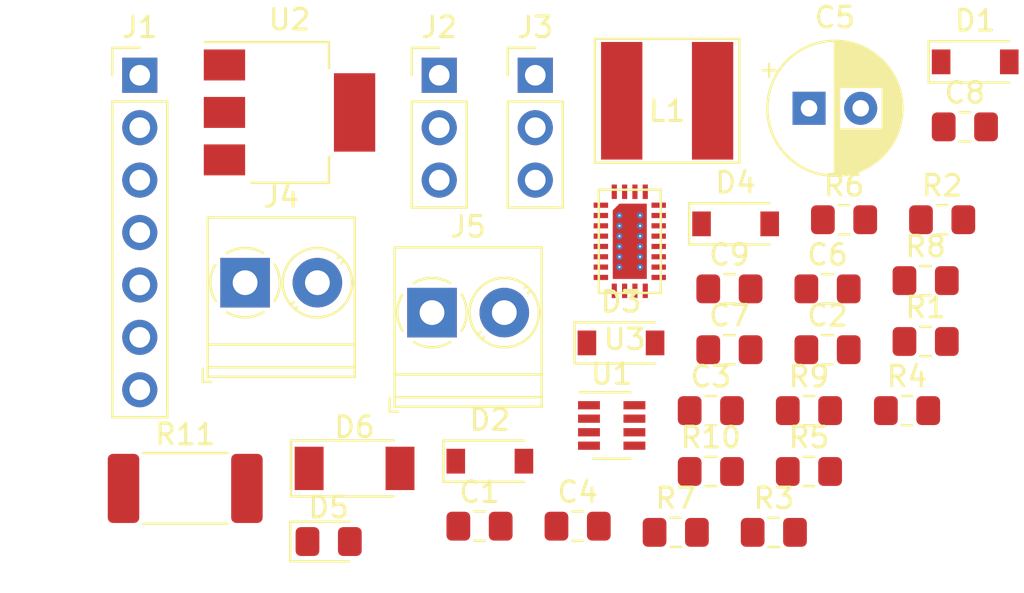
<source format=kicad_pcb>
(kicad_pcb (version 20171130) (host pcbnew "(5.1.6)-1")

  (general
    (thickness 1.6)
    (drawings 0)
    (tracks 0)
    (zones 0)
    (modules 35)
    (nets 26)
  )

  (page A4)
  (layers
    (0 F.Cu signal)
    (31 B.Cu signal)
    (32 B.Adhes user)
    (33 F.Adhes user)
    (34 B.Paste user)
    (35 F.Paste user)
    (36 B.SilkS user)
    (37 F.SilkS user)
    (38 B.Mask user)
    (39 F.Mask user)
    (40 Dwgs.User user)
    (41 Cmts.User user)
    (42 Eco1.User user)
    (43 Eco2.User user)
    (44 Edge.Cuts user)
    (45 Margin user)
    (46 B.CrtYd user)
    (47 F.CrtYd user)
    (48 B.Fab user)
    (49 F.Fab user)
  )

  (setup
    (last_trace_width 0.25)
    (trace_clearance 0.2)
    (zone_clearance 0.508)
    (zone_45_only no)
    (trace_min 0.2)
    (via_size 0.8)
    (via_drill 0.4)
    (via_min_size 0.4)
    (via_min_drill 0.3)
    (uvia_size 0.3)
    (uvia_drill 0.1)
    (uvias_allowed no)
    (uvia_min_size 0.2)
    (uvia_min_drill 0.1)
    (edge_width 0.05)
    (segment_width 0.2)
    (pcb_text_width 0.3)
    (pcb_text_size 1.5 1.5)
    (mod_edge_width 0.12)
    (mod_text_size 1 1)
    (mod_text_width 0.15)
    (pad_size 1.524 1.524)
    (pad_drill 0.762)
    (pad_to_mask_clearance 0.05)
    (aux_axis_origin 0 0)
    (visible_elements FFFFFF7F)
    (pcbplotparams
      (layerselection 0x010fc_ffffffff)
      (usegerberextensions false)
      (usegerberattributes true)
      (usegerberadvancedattributes true)
      (creategerberjobfile true)
      (excludeedgelayer true)
      (linewidth 0.100000)
      (plotframeref false)
      (viasonmask false)
      (mode 1)
      (useauxorigin false)
      (hpglpennumber 1)
      (hpglpenspeed 20)
      (hpglpendiameter 15.000000)
      (psnegative false)
      (psa4output false)
      (plotreference true)
      (plotvalue true)
      (plotinvisibletext false)
      (padsonsilk false)
      (subtractmaskfromsilk false)
      (outputformat 1)
      (mirror false)
      (drillshape 1)
      (scaleselection 1)
      (outputdirectory ""))
  )

  (net 0 "")
  (net 1 +VDC)
  (net 2 GND)
  (net 3 +3V3)
  (net 4 "Net-(C3-Pad1)")
  (net 5 "Net-(C6-Pad2)")
  (net 6 "Net-(C6-Pad1)")
  (net 7 "Net-(C7-Pad2)")
  (net 8 "Net-(C7-Pad1)")
  (net 9 "Net-(C8-Pad1)")
  (net 10 "Net-(D1-Pad2)")
  (net 11 "Net-(D1-Pad1)")
  (net 12 "Net-(D2-Pad1)")
  (net 13 "Net-(D3-Pad1)")
  (net 14 "Net-(D5-Pad1)")
  (net 15 "Net-(D6-Pad1)")
  (net 16 /EXTVIN)
  (net 17 /SCL)
  (net 18 /SDA)
  (net 19 /IMON)
  (net 20 /PG)
  (net 21 /VPAN)
  (net 22 /VDD)
  (net 23 /SYNC)
  (net 24 "Net-(R3-Pad2)")
  (net 25 "Net-(R5-Pad1)")

  (net_class Default "This is the default net class."
    (clearance 0.2)
    (trace_width 0.25)
    (via_dia 0.8)
    (via_drill 0.4)
    (uvia_dia 0.3)
    (uvia_drill 0.1)
    (add_net +3V3)
    (add_net +VDC)
    (add_net /EXTVIN)
    (add_net /IMON)
    (add_net /INTVCC)
    (add_net /PG)
    (add_net /SCL)
    (add_net /SDA)
    (add_net /SYNC)
    (add_net /VDD)
    (add_net /VPAN)
    (add_net GND)
    (add_net "Net-(C3-Pad1)")
    (add_net "Net-(C6-Pad1)")
    (add_net "Net-(C6-Pad2)")
    (add_net "Net-(C7-Pad1)")
    (add_net "Net-(C7-Pad2)")
    (add_net "Net-(C8-Pad1)")
    (add_net "Net-(D1-Pad1)")
    (add_net "Net-(D1-Pad2)")
    (add_net "Net-(D2-Pad1)")
    (add_net "Net-(D3-Pad1)")
    (add_net "Net-(D5-Pad1)")
    (add_net "Net-(D6-Pad1)")
    (add_net "Net-(R3-Pad2)")
    (add_net "Net-(R5-Pad1)")
    (add_net "Net-(U3-Pad24)")
  )

  (module HS2_parts:24-QFN_3x5 (layer F.Cu) (tedit 5F0E933A) (tstamp 5FC1F984)
    (at 151.024999 98.694999)
    (path /5FC1D006)
    (fp_text reference U3 (at -0.25 4.75) (layer F.SilkS)
      (effects (font (size 1 1) (thickness 0.15)))
    )
    (fp_text value LT8611 (at 1 6.5) (layer F.Fab)
      (effects (font (size 1 1) (thickness 0.15)))
    )
    (fp_line (start -1.5 -2.5) (end 1.5 -2.5) (layer F.SilkS) (width 0.12))
    (fp_line (start 1.5 -2.5) (end 1.5 2.5) (layer F.SilkS) (width 0.12))
    (fp_line (start 1.5 2.5) (end -1.5 2.5) (layer F.SilkS) (width 0.12))
    (fp_line (start -1.5 2.5) (end -1.5 -2.5) (layer F.SilkS) (width 0.12))
    (fp_circle (center -1 -2) (end -1.1 -2.2) (layer F.Fab) (width 0.12))
    (pad 25 thru_hole circle (at 0.5 -1.25) (size 0.3 0.3) (drill 0.1) (layers *.Cu *.Mask)
      (net 2 GND) (zone_connect 0))
    (pad 25 thru_hole circle (at 0.5 -0.75) (size 0.3 0.3) (drill 0.1) (layers *.Cu *.Mask)
      (net 2 GND) (zone_connect 0))
    (pad 25 thru_hole circle (at 0.5 -0.25) (size 0.3 0.3) (drill 0.1) (layers *.Cu *.Mask)
      (net 2 GND) (zone_connect 0))
    (pad 25 thru_hole circle (at 0.5 0.25) (size 0.3 0.3) (drill 0.1) (layers *.Cu *.Mask)
      (net 2 GND) (zone_connect 0))
    (pad 25 thru_hole circle (at 0.5 0.75) (size 0.3 0.3) (drill 0.1) (layers *.Cu *.Mask)
      (net 2 GND) (zone_connect 0))
    (pad 25 thru_hole circle (at 0.5 1.25) (size 0.3 0.3) (drill 0.1) (layers *.Cu *.Mask)
      (net 2 GND) (zone_connect 0))
    (pad 25 thru_hole circle (at -0.5 1.25) (size 0.3 0.3) (drill 0.1) (layers *.Cu *.Mask)
      (net 2 GND) (zone_connect 0))
    (pad 25 thru_hole circle (at -0.5 0.75) (size 0.3 0.3) (drill 0.1) (layers *.Cu *.Mask)
      (net 2 GND) (zone_connect 0))
    (pad 25 thru_hole circle (at -0.5 0.25) (size 0.3 0.3) (drill 0.1) (layers *.Cu *.Mask)
      (net 2 GND) (zone_connect 0))
    (pad 25 thru_hole circle (at -0.5 -0.25) (size 0.3 0.3) (drill 0.1) (layers *.Cu *.Mask)
      (net 2 GND) (zone_connect 0))
    (pad 25 thru_hole circle (at -0.5 -0.75) (size 0.3 0.3) (drill 0.1) (layers *.Cu *.Mask)
      (net 2 GND) (zone_connect 0))
    (pad 25 thru_hole circle (at -0.5 -1.25) (size 0.3 0.3) (drill 0.1) (layers *.Cu *.Mask)
      (net 2 GND) (zone_connect 0))
    (pad 25 smd custom (at 0 0) (size 0.1 0.1) (layers F.Cu F.Paste F.Mask)
      (net 2 GND) (zone_connect 0)
      (options (clearance outline) (anchor rect))
      (primitives
        (gr_poly (pts
           (xy 0.825 1.825) (xy 0.825 -1.825) (xy -0.5 -1.825) (xy -0.825 -1.5) (xy -0.825 1.825)
) (width 0))
      ))
    (pad 24 smd rect (at -0.75 -2.4 270) (size 0.7 0.25) (layers F.Cu F.Paste F.Mask))
    (pad 23 smd rect (at -0.25 -2.4 270) (size 0.7 0.25) (layers F.Cu F.Paste F.Mask)
      (net 19 /IMON))
    (pad 21 smd rect (at 0.75 -2.4 270) (size 0.7 0.25) (layers F.Cu F.Paste F.Mask)
      (net 8 "Net-(C7-Pad1)"))
    (pad 22 smd rect (at 0.25 -2.4 270) (size 0.7 0.25) (layers F.Cu F.Paste F.Mask)
      (net 7 "Net-(C7-Pad2)"))
    (pad 10 smd rect (at -0.25 2.4 90) (size 0.7 0.25) (layers F.Cu F.Paste F.Mask)
      (net 2 GND))
    (pad 9 smd rect (at -0.75 2.4 90) (size 0.7 0.25) (layers F.Cu F.Paste F.Mask)
      (net 2 GND))
    (pad 11 smd rect (at 0.25 2.4 90) (size 0.7 0.25) (layers F.Cu F.Paste F.Mask)
      (net 2 GND))
    (pad 12 smd rect (at 0.75 2.4 90) (size 0.7 0.25) (layers F.Cu F.Paste F.Mask)
      (net 2 GND))
    (pad 13 smd rect (at 1.4 1.75) (size 0.7 0.25) (layers F.Cu F.Paste F.Mask)
      (net 6 "Net-(C6-Pad1)"))
    (pad 14 smd rect (at 1.4 1.25) (size 0.7 0.25) (layers F.Cu F.Paste F.Mask)
      (net 6 "Net-(C6-Pad1)"))
    (pad 16 smd rect (at 1.4 0.25) (size 0.7 0.25) (layers F.Cu F.Paste F.Mask)
      (net 5 "Net-(C6-Pad2)"))
    (pad 20 smd rect (at 1.4 -1.75) (size 0.7 0.25) (layers F.Cu F.Paste F.Mask)
      (net 9 "Net-(C8-Pad1)"))
    (pad 19 smd rect (at 1.4 -1.25) (size 0.7 0.25) (layers F.Cu F.Paste F.Mask)
      (net 20 /PG))
    (pad 18 smd rect (at 1.4 -0.75) (size 0.7 0.25) (layers F.Cu F.Paste F.Mask)
      (net 7 "Net-(C7-Pad2)"))
    (pad 17 smd rect (at 1.4 -0.25) (size 0.7 0.25) (layers F.Cu F.Paste F.Mask)
      (net 4 "Net-(C3-Pad1)"))
    (pad 15 smd rect (at 1.4 0.75) (size 0.7 0.25) (layers F.Cu F.Paste F.Mask)
      (net 6 "Net-(C6-Pad1)"))
    (pad 8 smd rect (at -1.4 1.75) (size 0.7 0.25) (layers F.Cu F.Paste F.Mask)
      (net 2 GND))
    (pad 7 smd rect (at -1.4 1.25) (size 0.7 0.25) (layers F.Cu F.Paste F.Mask)
      (net 2 GND))
    (pad 6 smd rect (at -1.4 0.75) (size 0.7 0.25) (layers F.Cu F.Paste F.Mask)
      (net 1 +VDC))
    (pad 5 smd rect (at -1.4 0.25) (size 0.7 0.25) (layers F.Cu F.Paste F.Mask)
      (net 1 +VDC))
    (pad 4 smd rect (at -1.4 -0.25) (size 0.7 0.25) (layers F.Cu F.Paste F.Mask)
      (net 1 +VDC))
    (pad 3 smd rect (at -1.4 -0.75) (size 0.7 0.25) (layers F.Cu F.Paste F.Mask)
      (net 25 "Net-(R5-Pad1)"))
    (pad 2 smd rect (at -1.4 -1.25) (size 0.7 0.25) (layers F.Cu F.Paste F.Mask)
      (net 10 "Net-(D1-Pad2)"))
    (pad 1 smd rect (at -1.4 -1.75) (size 0.7 0.25) (layers F.Cu F.Paste F.Mask)
      (net 23 /SYNC))
  )

  (module Package_TO_SOT_SMD:SOT-223-3_TabPin2 (layer F.Cu) (tedit 5A02FF57) (tstamp 5FC1F956)
    (at 134.55 92.45)
    (descr "module CMS SOT223 4 pins")
    (tags "CMS SOT")
    (path /5FC5511B)
    (attr smd)
    (fp_text reference U2 (at 0 -4.5) (layer F.SilkS)
      (effects (font (size 1 1) (thickness 0.15)))
    )
    (fp_text value LM2936-3.3 (at 0 4.5) (layer F.Fab)
      (effects (font (size 1 1) (thickness 0.15)))
    )
    (fp_text user %R (at 0 0 90) (layer F.Fab)
      (effects (font (size 0.8 0.8) (thickness 0.12)))
    )
    (fp_line (start 1.91 3.41) (end 1.91 2.15) (layer F.SilkS) (width 0.12))
    (fp_line (start 1.91 -3.41) (end 1.91 -2.15) (layer F.SilkS) (width 0.12))
    (fp_line (start 4.4 -3.6) (end -4.4 -3.6) (layer F.CrtYd) (width 0.05))
    (fp_line (start 4.4 3.6) (end 4.4 -3.6) (layer F.CrtYd) (width 0.05))
    (fp_line (start -4.4 3.6) (end 4.4 3.6) (layer F.CrtYd) (width 0.05))
    (fp_line (start -4.4 -3.6) (end -4.4 3.6) (layer F.CrtYd) (width 0.05))
    (fp_line (start -1.85 -2.35) (end -0.85 -3.35) (layer F.Fab) (width 0.1))
    (fp_line (start -1.85 -2.35) (end -1.85 3.35) (layer F.Fab) (width 0.1))
    (fp_line (start -1.85 3.41) (end 1.91 3.41) (layer F.SilkS) (width 0.12))
    (fp_line (start -0.85 -3.35) (end 1.85 -3.35) (layer F.Fab) (width 0.1))
    (fp_line (start -4.1 -3.41) (end 1.91 -3.41) (layer F.SilkS) (width 0.12))
    (fp_line (start -1.85 3.35) (end 1.85 3.35) (layer F.Fab) (width 0.1))
    (fp_line (start 1.85 -3.35) (end 1.85 3.35) (layer F.Fab) (width 0.1))
    (pad 1 smd rect (at -3.15 -2.3) (size 2 1.5) (layers F.Cu F.Paste F.Mask)
      (net 1 +VDC))
    (pad 3 smd rect (at -3.15 2.3) (size 2 1.5) (layers F.Cu F.Paste F.Mask)
      (net 3 +3V3))
    (pad 2 smd rect (at -3.15 0) (size 2 1.5) (layers F.Cu F.Paste F.Mask)
      (net 2 GND))
    (pad 2 smd rect (at 3.15 0) (size 2 3.8) (layers F.Cu F.Paste F.Mask)
      (net 2 GND))
    (model ${KISYS3DMOD}/Package_TO_SOT_SMD.3dshapes/SOT-223.wrl
      (at (xyz 0 0 0))
      (scale (xyz 1 1 1))
      (rotate (xyz 0 0 0))
    )
  )

  (module Package_TO_SOT_SMD:SOT-23-8 (layer F.Cu) (tedit 5A02FF57) (tstamp 5FC1F940)
    (at 150.15 107.62)
    (descr "8-pin SOT-23 package, http://www.analog.com/media/en/package-pcb-resources/package/pkg_pdf/sot-23rj/rj_8.pdf")
    (tags SOT-23-8)
    (path /5FC3B99E)
    (attr smd)
    (fp_text reference U1 (at 0 -2.5) (layer F.SilkS)
      (effects (font (size 1 1) (thickness 0.15)))
    )
    (fp_text value AD5245 (at 0 2.5) (layer F.Fab)
      (effects (font (size 1 1) (thickness 0.15)))
    )
    (fp_text user %R (at 0 0 90) (layer F.Fab)
      (effects (font (size 0.5 0.5) (thickness 0.075)))
    )
    (fp_line (start -0.9 1.61) (end 0.9 1.61) (layer F.SilkS) (width 0.12))
    (fp_line (start 0.9 -1.61) (end -1.55 -1.61) (layer F.SilkS) (width 0.12))
    (fp_line (start 1.9 -1.8) (end -1.9 -1.8) (layer F.CrtYd) (width 0.05))
    (fp_line (start 1.9 1.8) (end 1.9 -1.8) (layer F.CrtYd) (width 0.05))
    (fp_line (start -1.9 1.8) (end 1.9 1.8) (layer F.CrtYd) (width 0.05))
    (fp_line (start -1.9 -1.8) (end -1.9 1.8) (layer F.CrtYd) (width 0.05))
    (fp_line (start -0.9 -0.9) (end -0.25 -1.55) (layer F.Fab) (width 0.1))
    (fp_line (start 0.9 -1.55) (end -0.25 -1.55) (layer F.Fab) (width 0.1))
    (fp_line (start -0.9 -0.9) (end -0.9 1.55) (layer F.Fab) (width 0.1))
    (fp_line (start 0.9 1.55) (end -0.9 1.55) (layer F.Fab) (width 0.1))
    (fp_line (start 0.9 -1.55) (end 0.9 1.55) (layer F.Fab) (width 0.1))
    (pad 8 smd rect (at 1.1 -0.98) (size 1.06 0.4) (layers F.Cu F.Paste F.Mask)
      (net 24 "Net-(R3-Pad2)"))
    (pad 7 smd rect (at 1.1 -0.33) (size 1.06 0.4) (layers F.Cu F.Paste F.Mask)
      (net 2 GND))
    (pad 6 smd rect (at 1.1 0.33) (size 1.06 0.4) (layers F.Cu F.Paste F.Mask)
      (net 2 GND))
    (pad 5 smd rect (at 1.1 0.98) (size 1.06 0.4) (layers F.Cu F.Paste F.Mask)
      (net 18 /SDA))
    (pad 4 smd rect (at -1.1 0.98) (size 1.06 0.4) (layers F.Cu F.Paste F.Mask)
      (net 17 /SCL))
    (pad 3 smd rect (at -1.1 0.33) (size 1.06 0.4) (layers F.Cu F.Paste F.Mask)
      (net 2 GND))
    (pad 2 smd rect (at -1.1 -0.33) (size 1.06 0.4) (layers F.Cu F.Paste F.Mask)
      (net 22 /VDD))
    (pad 1 smd rect (at -1.1 -0.98) (size 1.06 0.4) (layers F.Cu F.Paste F.Mask)
      (net 2 GND))
    (model ${KISYS3DMOD}/Package_TO_SOT_SMD.3dshapes/SOT-23-8.wrl
      (at (xyz 0 0 0))
      (scale (xyz 1 1 1))
      (rotate (xyz 0 0 0))
    )
  )

  (module Resistor_SMD:R_2512_6332Metric_Pad1.52x3.35mm_HandSolder (layer F.Cu) (tedit 5B301BBD) (tstamp 5FC1F928)
    (at 129.5 110.67)
    (descr "Resistor SMD 2512 (6332 Metric), square (rectangular) end terminal, IPC_7351 nominal with elongated pad for handsoldering. (Body size source: http://www.tortai-tech.com/upload/download/2011102023233369053.pdf), generated with kicad-footprint-generator")
    (tags "resistor handsolder")
    (path /5FC2B0E6)
    (attr smd)
    (fp_text reference R11 (at 0 -2.62) (layer F.SilkS)
      (effects (font (size 1 1) (thickness 0.15)))
    )
    (fp_text value 50m (at 0 2.62) (layer F.Fab)
      (effects (font (size 1 1) (thickness 0.15)))
    )
    (fp_text user %R (at 0 0) (layer F.Fab)
      (effects (font (size 1 1) (thickness 0.15)))
    )
    (fp_line (start -3.15 1.6) (end -3.15 -1.6) (layer F.Fab) (width 0.1))
    (fp_line (start -3.15 -1.6) (end 3.15 -1.6) (layer F.Fab) (width 0.1))
    (fp_line (start 3.15 -1.6) (end 3.15 1.6) (layer F.Fab) (width 0.1))
    (fp_line (start 3.15 1.6) (end -3.15 1.6) (layer F.Fab) (width 0.1))
    (fp_line (start -2.052064 -1.71) (end 2.052064 -1.71) (layer F.SilkS) (width 0.12))
    (fp_line (start -2.052064 1.71) (end 2.052064 1.71) (layer F.SilkS) (width 0.12))
    (fp_line (start -4 1.92) (end -4 -1.92) (layer F.CrtYd) (width 0.05))
    (fp_line (start -4 -1.92) (end 4 -1.92) (layer F.CrtYd) (width 0.05))
    (fp_line (start 4 -1.92) (end 4 1.92) (layer F.CrtYd) (width 0.05))
    (fp_line (start 4 1.92) (end -4 1.92) (layer F.CrtYd) (width 0.05))
    (pad 2 smd roundrect (at 2.9875 0) (size 1.525 3.35) (layers F.Cu F.Paste F.Mask) (roundrect_rratio 0.163934)
      (net 8 "Net-(C7-Pad1)"))
    (pad 1 smd roundrect (at -2.9875 0) (size 1.525 3.35) (layers F.Cu F.Paste F.Mask) (roundrect_rratio 0.163934)
      (net 7 "Net-(C7-Pad2)"))
    (model ${KISYS3DMOD}/Resistor_SMD.3dshapes/R_2512_6332Metric.wrl
      (at (xyz 0 0 0))
      (scale (xyz 1 1 1))
      (rotate (xyz 0 0 0))
    )
  )

  (module Resistor_SMD:R_0805_2012Metric_Pad1.15x1.40mm_HandSolder (layer F.Cu) (tedit 5B36C52B) (tstamp 5FC1F917)
    (at 154.95 109.85)
    (descr "Resistor SMD 0805 (2012 Metric), square (rectangular) end terminal, IPC_7351 nominal with elongated pad for handsoldering. (Body size source: https://docs.google.com/spreadsheets/d/1BsfQQcO9C6DZCsRaXUlFlo91Tg2WpOkGARC1WS5S8t0/edit?usp=sharing), generated with kicad-footprint-generator")
    (tags "resistor handsolder")
    (path /5FC64825)
    (attr smd)
    (fp_text reference R10 (at 0 -1.65) (layer F.SilkS)
      (effects (font (size 1 1) (thickness 0.15)))
    )
    (fp_text value ? (at 0 1.65) (layer F.Fab)
      (effects (font (size 1 1) (thickness 0.15)))
    )
    (fp_text user %R (at 0 0) (layer F.Fab)
      (effects (font (size 0.5 0.5) (thickness 0.08)))
    )
    (fp_line (start -1 0.6) (end -1 -0.6) (layer F.Fab) (width 0.1))
    (fp_line (start -1 -0.6) (end 1 -0.6) (layer F.Fab) (width 0.1))
    (fp_line (start 1 -0.6) (end 1 0.6) (layer F.Fab) (width 0.1))
    (fp_line (start 1 0.6) (end -1 0.6) (layer F.Fab) (width 0.1))
    (fp_line (start -0.261252 -0.71) (end 0.261252 -0.71) (layer F.SilkS) (width 0.12))
    (fp_line (start -0.261252 0.71) (end 0.261252 0.71) (layer F.SilkS) (width 0.12))
    (fp_line (start -1.85 0.95) (end -1.85 -0.95) (layer F.CrtYd) (width 0.05))
    (fp_line (start -1.85 -0.95) (end 1.85 -0.95) (layer F.CrtYd) (width 0.05))
    (fp_line (start 1.85 -0.95) (end 1.85 0.95) (layer F.CrtYd) (width 0.05))
    (fp_line (start 1.85 0.95) (end -1.85 0.95) (layer F.CrtYd) (width 0.05))
    (pad 2 smd roundrect (at 1.025 0) (size 1.15 1.4) (layers F.Cu F.Paste F.Mask) (roundrect_rratio 0.217391)
      (net 21 /VPAN))
    (pad 1 smd roundrect (at -1.025 0) (size 1.15 1.4) (layers F.Cu F.Paste F.Mask) (roundrect_rratio 0.217391)
      (net 2 GND))
    (model ${KISYS3DMOD}/Resistor_SMD.3dshapes/R_0805_2012Metric.wrl
      (at (xyz 0 0 0))
      (scale (xyz 1 1 1))
      (rotate (xyz 0 0 0))
    )
  )

  (module Resistor_SMD:R_0805_2012Metric_Pad1.15x1.40mm_HandSolder (layer F.Cu) (tedit 5B36C52B) (tstamp 5FC1F906)
    (at 159.7 106.9)
    (descr "Resistor SMD 0805 (2012 Metric), square (rectangular) end terminal, IPC_7351 nominal with elongated pad for handsoldering. (Body size source: https://docs.google.com/spreadsheets/d/1BsfQQcO9C6DZCsRaXUlFlo91Tg2WpOkGARC1WS5S8t0/edit?usp=sharing), generated with kicad-footprint-generator")
    (tags "resistor handsolder")
    (path /5FC650A3)
    (attr smd)
    (fp_text reference R9 (at 0 -1.65) (layer F.SilkS)
      (effects (font (size 1 1) (thickness 0.15)))
    )
    (fp_text value ? (at 0 1.65) (layer F.Fab)
      (effects (font (size 1 1) (thickness 0.15)))
    )
    (fp_text user %R (at 0 0) (layer F.Fab)
      (effects (font (size 0.5 0.5) (thickness 0.08)))
    )
    (fp_line (start -1 0.6) (end -1 -0.6) (layer F.Fab) (width 0.1))
    (fp_line (start -1 -0.6) (end 1 -0.6) (layer F.Fab) (width 0.1))
    (fp_line (start 1 -0.6) (end 1 0.6) (layer F.Fab) (width 0.1))
    (fp_line (start 1 0.6) (end -1 0.6) (layer F.Fab) (width 0.1))
    (fp_line (start -0.261252 -0.71) (end 0.261252 -0.71) (layer F.SilkS) (width 0.12))
    (fp_line (start -0.261252 0.71) (end 0.261252 0.71) (layer F.SilkS) (width 0.12))
    (fp_line (start -1.85 0.95) (end -1.85 -0.95) (layer F.CrtYd) (width 0.05))
    (fp_line (start -1.85 -0.95) (end 1.85 -0.95) (layer F.CrtYd) (width 0.05))
    (fp_line (start 1.85 -0.95) (end 1.85 0.95) (layer F.CrtYd) (width 0.05))
    (fp_line (start 1.85 0.95) (end -1.85 0.95) (layer F.CrtYd) (width 0.05))
    (pad 2 smd roundrect (at 1.025 0) (size 1.15 1.4) (layers F.Cu F.Paste F.Mask) (roundrect_rratio 0.217391)
      (net 1 +VDC))
    (pad 1 smd roundrect (at -1.025 0) (size 1.15 1.4) (layers F.Cu F.Paste F.Mask) (roundrect_rratio 0.217391)
      (net 21 /VPAN))
    (model ${KISYS3DMOD}/Resistor_SMD.3dshapes/R_0805_2012Metric.wrl
      (at (xyz 0 0 0))
      (scale (xyz 1 1 1))
      (rotate (xyz 0 0 0))
    )
  )

  (module Resistor_SMD:R_0805_2012Metric_Pad1.15x1.40mm_HandSolder (layer F.Cu) (tedit 5B36C52B) (tstamp 5FC1F8F5)
    (at 165.35 100.6)
    (descr "Resistor SMD 0805 (2012 Metric), square (rectangular) end terminal, IPC_7351 nominal with elongated pad for handsoldering. (Body size source: https://docs.google.com/spreadsheets/d/1BsfQQcO9C6DZCsRaXUlFlo91Tg2WpOkGARC1WS5S8t0/edit?usp=sharing), generated with kicad-footprint-generator")
    (tags "resistor handsolder")
    (path /5FC36184)
    (attr smd)
    (fp_text reference R8 (at 0 -1.65) (layer F.SilkS)
      (effects (font (size 1 1) (thickness 0.15)))
    )
    (fp_text value 1Meg (at 0 1.65) (layer F.Fab)
      (effects (font (size 1 1) (thickness 0.15)))
    )
    (fp_text user %R (at 0 0) (layer F.Fab)
      (effects (font (size 0.5 0.5) (thickness 0.08)))
    )
    (fp_line (start -1 0.6) (end -1 -0.6) (layer F.Fab) (width 0.1))
    (fp_line (start -1 -0.6) (end 1 -0.6) (layer F.Fab) (width 0.1))
    (fp_line (start 1 -0.6) (end 1 0.6) (layer F.Fab) (width 0.1))
    (fp_line (start 1 0.6) (end -1 0.6) (layer F.Fab) (width 0.1))
    (fp_line (start -0.261252 -0.71) (end 0.261252 -0.71) (layer F.SilkS) (width 0.12))
    (fp_line (start -0.261252 0.71) (end 0.261252 0.71) (layer F.SilkS) (width 0.12))
    (fp_line (start -1.85 0.95) (end -1.85 -0.95) (layer F.CrtYd) (width 0.05))
    (fp_line (start -1.85 -0.95) (end 1.85 -0.95) (layer F.CrtYd) (width 0.05))
    (fp_line (start 1.85 -0.95) (end 1.85 0.95) (layer F.CrtYd) (width 0.05))
    (fp_line (start 1.85 0.95) (end -1.85 0.95) (layer F.CrtYd) (width 0.05))
    (pad 2 smd roundrect (at 1.025 0) (size 1.15 1.4) (layers F.Cu F.Paste F.Mask) (roundrect_rratio 0.217391)
      (net 7 "Net-(C7-Pad2)"))
    (pad 1 smd roundrect (at -1.025 0) (size 1.15 1.4) (layers F.Cu F.Paste F.Mask) (roundrect_rratio 0.217391)
      (net 9 "Net-(C8-Pad1)"))
    (model ${KISYS3DMOD}/Resistor_SMD.3dshapes/R_0805_2012Metric.wrl
      (at (xyz 0 0 0))
      (scale (xyz 1 1 1))
      (rotate (xyz 0 0 0))
    )
  )

  (module Resistor_SMD:R_0805_2012Metric_Pad1.15x1.40mm_HandSolder (layer F.Cu) (tedit 5B36C52B) (tstamp 5FC1F8E4)
    (at 153.25 112.8)
    (descr "Resistor SMD 0805 (2012 Metric), square (rectangular) end terminal, IPC_7351 nominal with elongated pad for handsoldering. (Body size source: https://docs.google.com/spreadsheets/d/1BsfQQcO9C6DZCsRaXUlFlo91Tg2WpOkGARC1WS5S8t0/edit?usp=sharing), generated with kicad-footprint-generator")
    (tags "resistor handsolder")
    (path /5FC34FC4)
    (attr smd)
    (fp_text reference R7 (at 0 -1.65) (layer F.SilkS)
      (effects (font (size 1 1) (thickness 0.15)))
    )
    (fp_text value 309k (at 0 1.65) (layer F.Fab)
      (effects (font (size 1 1) (thickness 0.15)))
    )
    (fp_text user %R (at 0 0) (layer F.Fab)
      (effects (font (size 0.5 0.5) (thickness 0.08)))
    )
    (fp_line (start -1 0.6) (end -1 -0.6) (layer F.Fab) (width 0.1))
    (fp_line (start -1 -0.6) (end 1 -0.6) (layer F.Fab) (width 0.1))
    (fp_line (start 1 -0.6) (end 1 0.6) (layer F.Fab) (width 0.1))
    (fp_line (start 1 0.6) (end -1 0.6) (layer F.Fab) (width 0.1))
    (fp_line (start -0.261252 -0.71) (end 0.261252 -0.71) (layer F.SilkS) (width 0.12))
    (fp_line (start -0.261252 0.71) (end 0.261252 0.71) (layer F.SilkS) (width 0.12))
    (fp_line (start -1.85 0.95) (end -1.85 -0.95) (layer F.CrtYd) (width 0.05))
    (fp_line (start -1.85 -0.95) (end 1.85 -0.95) (layer F.CrtYd) (width 0.05))
    (fp_line (start 1.85 -0.95) (end 1.85 0.95) (layer F.CrtYd) (width 0.05))
    (fp_line (start 1.85 0.95) (end -1.85 0.95) (layer F.CrtYd) (width 0.05))
    (pad 2 smd roundrect (at 1.025 0) (size 1.15 1.4) (layers F.Cu F.Paste F.Mask) (roundrect_rratio 0.217391)
      (net 9 "Net-(C8-Pad1)"))
    (pad 1 smd roundrect (at -1.025 0) (size 1.15 1.4) (layers F.Cu F.Paste F.Mask) (roundrect_rratio 0.217391)
      (net 2 GND))
    (model ${KISYS3DMOD}/Resistor_SMD.3dshapes/R_0805_2012Metric.wrl
      (at (xyz 0 0 0))
      (scale (xyz 1 1 1))
      (rotate (xyz 0 0 0))
    )
  )

  (module Resistor_SMD:R_0805_2012Metric_Pad1.15x1.40mm_HandSolder (layer F.Cu) (tedit 5B36C52B) (tstamp 5FC1F8D3)
    (at 161.4 97.65)
    (descr "Resistor SMD 0805 (2012 Metric), square (rectangular) end terminal, IPC_7351 nominal with elongated pad for handsoldering. (Body size source: https://docs.google.com/spreadsheets/d/1BsfQQcO9C6DZCsRaXUlFlo91Tg2WpOkGARC1WS5S8t0/edit?usp=sharing), generated with kicad-footprint-generator")
    (tags "resistor handsolder")
    (path /5FC4E4AA)
    (attr smd)
    (fp_text reference R6 (at 0 -1.65) (layer F.SilkS)
      (effects (font (size 1 1) (thickness 0.15)))
    )
    (fp_text value 10k (at 0 1.65) (layer F.Fab)
      (effects (font (size 1 1) (thickness 0.15)))
    )
    (fp_text user %R (at 0 0) (layer F.Fab)
      (effects (font (size 0.5 0.5) (thickness 0.08)))
    )
    (fp_line (start -1 0.6) (end -1 -0.6) (layer F.Fab) (width 0.1))
    (fp_line (start -1 -0.6) (end 1 -0.6) (layer F.Fab) (width 0.1))
    (fp_line (start 1 -0.6) (end 1 0.6) (layer F.Fab) (width 0.1))
    (fp_line (start 1 0.6) (end -1 0.6) (layer F.Fab) (width 0.1))
    (fp_line (start -0.261252 -0.71) (end 0.261252 -0.71) (layer F.SilkS) (width 0.12))
    (fp_line (start -0.261252 0.71) (end 0.261252 0.71) (layer F.SilkS) (width 0.12))
    (fp_line (start -1.85 0.95) (end -1.85 -0.95) (layer F.CrtYd) (width 0.05))
    (fp_line (start -1.85 -0.95) (end 1.85 -0.95) (layer F.CrtYd) (width 0.05))
    (fp_line (start 1.85 -0.95) (end 1.85 0.95) (layer F.CrtYd) (width 0.05))
    (fp_line (start 1.85 0.95) (end -1.85 0.95) (layer F.CrtYd) (width 0.05))
    (pad 2 smd roundrect (at 1.025 0) (size 1.15 1.4) (layers F.Cu F.Paste F.Mask) (roundrect_rratio 0.217391)
      (net 20 /PG))
    (pad 1 smd roundrect (at -1.025 0) (size 1.15 1.4) (layers F.Cu F.Paste F.Mask) (roundrect_rratio 0.217391)
      (net 14 "Net-(D5-Pad1)"))
    (model ${KISYS3DMOD}/Resistor_SMD.3dshapes/R_0805_2012Metric.wrl
      (at (xyz 0 0 0))
      (scale (xyz 1 1 1))
      (rotate (xyz 0 0 0))
    )
  )

  (module Resistor_SMD:R_0805_2012Metric_Pad1.15x1.40mm_HandSolder (layer F.Cu) (tedit 5B36C52B) (tstamp 5FC1F8C2)
    (at 159.7 109.85)
    (descr "Resistor SMD 0805 (2012 Metric), square (rectangular) end terminal, IPC_7351 nominal with elongated pad for handsoldering. (Body size source: https://docs.google.com/spreadsheets/d/1BsfQQcO9C6DZCsRaXUlFlo91Tg2WpOkGARC1WS5S8t0/edit?usp=sharing), generated with kicad-footprint-generator")
    (tags "resistor handsolder")
    (path /5FC2394E)
    (attr smd)
    (fp_text reference R5 (at 0 -1.65) (layer F.SilkS)
      (effects (font (size 1 1) (thickness 0.15)))
    )
    (fp_text value 60.4k (at 0 1.65) (layer F.Fab)
      (effects (font (size 1 1) (thickness 0.15)))
    )
    (fp_text user %R (at 0 0) (layer F.Fab)
      (effects (font (size 0.5 0.5) (thickness 0.08)))
    )
    (fp_line (start -1 0.6) (end -1 -0.6) (layer F.Fab) (width 0.1))
    (fp_line (start -1 -0.6) (end 1 -0.6) (layer F.Fab) (width 0.1))
    (fp_line (start 1 -0.6) (end 1 0.6) (layer F.Fab) (width 0.1))
    (fp_line (start 1 0.6) (end -1 0.6) (layer F.Fab) (width 0.1))
    (fp_line (start -0.261252 -0.71) (end 0.261252 -0.71) (layer F.SilkS) (width 0.12))
    (fp_line (start -0.261252 0.71) (end 0.261252 0.71) (layer F.SilkS) (width 0.12))
    (fp_line (start -1.85 0.95) (end -1.85 -0.95) (layer F.CrtYd) (width 0.05))
    (fp_line (start -1.85 -0.95) (end 1.85 -0.95) (layer F.CrtYd) (width 0.05))
    (fp_line (start 1.85 -0.95) (end 1.85 0.95) (layer F.CrtYd) (width 0.05))
    (fp_line (start 1.85 0.95) (end -1.85 0.95) (layer F.CrtYd) (width 0.05))
    (pad 2 smd roundrect (at 1.025 0) (size 1.15 1.4) (layers F.Cu F.Paste F.Mask) (roundrect_rratio 0.217391)
      (net 2 GND))
    (pad 1 smd roundrect (at -1.025 0) (size 1.15 1.4) (layers F.Cu F.Paste F.Mask) (roundrect_rratio 0.217391)
      (net 25 "Net-(R5-Pad1)"))
    (model ${KISYS3DMOD}/Resistor_SMD.3dshapes/R_0805_2012Metric.wrl
      (at (xyz 0 0 0))
      (scale (xyz 1 1 1))
      (rotate (xyz 0 0 0))
    )
  )

  (module Resistor_SMD:R_0805_2012Metric_Pad1.15x1.40mm_HandSolder (layer F.Cu) (tedit 5B36C52B) (tstamp 5FC1F8B1)
    (at 164.45 106.9)
    (descr "Resistor SMD 0805 (2012 Metric), square (rectangular) end terminal, IPC_7351 nominal with elongated pad for handsoldering. (Body size source: https://docs.google.com/spreadsheets/d/1BsfQQcO9C6DZCsRaXUlFlo91Tg2WpOkGARC1WS5S8t0/edit?usp=sharing), generated with kicad-footprint-generator")
    (tags "resistor handsolder")
    (path /5FC4AC74)
    (attr smd)
    (fp_text reference R4 (at 0 -1.65) (layer F.SilkS)
      (effects (font (size 1 1) (thickness 0.15)))
    )
    (fp_text value 309k (at 0 1.65) (layer F.Fab)
      (effects (font (size 1 1) (thickness 0.15)))
    )
    (fp_text user %R (at 0 0) (layer F.Fab)
      (effects (font (size 0.5 0.5) (thickness 0.08)))
    )
    (fp_line (start -1 0.6) (end -1 -0.6) (layer F.Fab) (width 0.1))
    (fp_line (start -1 -0.6) (end 1 -0.6) (layer F.Fab) (width 0.1))
    (fp_line (start 1 -0.6) (end 1 0.6) (layer F.Fab) (width 0.1))
    (fp_line (start 1 0.6) (end -1 0.6) (layer F.Fab) (width 0.1))
    (fp_line (start -0.261252 -0.71) (end 0.261252 -0.71) (layer F.SilkS) (width 0.12))
    (fp_line (start -0.261252 0.71) (end 0.261252 0.71) (layer F.SilkS) (width 0.12))
    (fp_line (start -1.85 0.95) (end -1.85 -0.95) (layer F.CrtYd) (width 0.05))
    (fp_line (start -1.85 -0.95) (end 1.85 -0.95) (layer F.CrtYd) (width 0.05))
    (fp_line (start 1.85 -0.95) (end 1.85 0.95) (layer F.CrtYd) (width 0.05))
    (fp_line (start 1.85 0.95) (end -1.85 0.95) (layer F.CrtYd) (width 0.05))
    (pad 2 smd roundrect (at 1.025 0) (size 1.15 1.4) (layers F.Cu F.Paste F.Mask) (roundrect_rratio 0.217391)
      (net 1 +VDC))
    (pad 1 smd roundrect (at -1.025 0) (size 1.15 1.4) (layers F.Cu F.Paste F.Mask) (roundrect_rratio 0.217391)
      (net 10 "Net-(D1-Pad2)"))
    (model ${KISYS3DMOD}/Resistor_SMD.3dshapes/R_0805_2012Metric.wrl
      (at (xyz 0 0 0))
      (scale (xyz 1 1 1))
      (rotate (xyz 0 0 0))
    )
  )

  (module Resistor_SMD:R_0805_2012Metric_Pad1.15x1.40mm_HandSolder (layer F.Cu) (tedit 5B36C52B) (tstamp 5FC1F8A0)
    (at 158 112.8)
    (descr "Resistor SMD 0805 (2012 Metric), square (rectangular) end terminal, IPC_7351 nominal with elongated pad for handsoldering. (Body size source: https://docs.google.com/spreadsheets/d/1BsfQQcO9C6DZCsRaXUlFlo91Tg2WpOkGARC1WS5S8t0/edit?usp=sharing), generated with kicad-footprint-generator")
    (tags "resistor handsolder")
    (path /5FC3C413)
    (attr smd)
    (fp_text reference R3 (at 0 -1.65) (layer F.SilkS)
      (effects (font (size 1 1) (thickness 0.15)))
    )
    (fp_text value 6.2k (at 0 1.65) (layer F.Fab)
      (effects (font (size 1 1) (thickness 0.15)))
    )
    (fp_text user %R (at 0 0) (layer F.Fab)
      (effects (font (size 0.5 0.5) (thickness 0.08)))
    )
    (fp_line (start -1 0.6) (end -1 -0.6) (layer F.Fab) (width 0.1))
    (fp_line (start -1 -0.6) (end 1 -0.6) (layer F.Fab) (width 0.1))
    (fp_line (start 1 -0.6) (end 1 0.6) (layer F.Fab) (width 0.1))
    (fp_line (start 1 0.6) (end -1 0.6) (layer F.Fab) (width 0.1))
    (fp_line (start -0.261252 -0.71) (end 0.261252 -0.71) (layer F.SilkS) (width 0.12))
    (fp_line (start -0.261252 0.71) (end 0.261252 0.71) (layer F.SilkS) (width 0.12))
    (fp_line (start -1.85 0.95) (end -1.85 -0.95) (layer F.CrtYd) (width 0.05))
    (fp_line (start -1.85 -0.95) (end 1.85 -0.95) (layer F.CrtYd) (width 0.05))
    (fp_line (start 1.85 -0.95) (end 1.85 0.95) (layer F.CrtYd) (width 0.05))
    (fp_line (start 1.85 0.95) (end -1.85 0.95) (layer F.CrtYd) (width 0.05))
    (pad 2 smd roundrect (at 1.025 0) (size 1.15 1.4) (layers F.Cu F.Paste F.Mask) (roundrect_rratio 0.217391)
      (net 24 "Net-(R3-Pad2)"))
    (pad 1 smd roundrect (at -1.025 0) (size 1.15 1.4) (layers F.Cu F.Paste F.Mask) (roundrect_rratio 0.217391)
      (net 10 "Net-(D1-Pad2)"))
    (model ${KISYS3DMOD}/Resistor_SMD.3dshapes/R_0805_2012Metric.wrl
      (at (xyz 0 0 0))
      (scale (xyz 1 1 1))
      (rotate (xyz 0 0 0))
    )
  )

  (module Resistor_SMD:R_0805_2012Metric_Pad1.15x1.40mm_HandSolder (layer F.Cu) (tedit 5B36C52B) (tstamp 5FC1F88F)
    (at 166.15 97.65)
    (descr "Resistor SMD 0805 (2012 Metric), square (rectangular) end terminal, IPC_7351 nominal with elongated pad for handsoldering. (Body size source: https://docs.google.com/spreadsheets/d/1BsfQQcO9C6DZCsRaXUlFlo91Tg2WpOkGARC1WS5S8t0/edit?usp=sharing), generated with kicad-footprint-generator")
    (tags "resistor handsolder")
    (path /5FC5E579)
    (attr smd)
    (fp_text reference R2 (at 0 -1.65) (layer F.SilkS)
      (effects (font (size 1 1) (thickness 0.15)))
    )
    (fp_text value 10k (at 0 1.65) (layer F.Fab)
      (effects (font (size 1 1) (thickness 0.15)))
    )
    (fp_text user %R (at 0 0) (layer F.Fab)
      (effects (font (size 0.5 0.5) (thickness 0.08)))
    )
    (fp_line (start -1 0.6) (end -1 -0.6) (layer F.Fab) (width 0.1))
    (fp_line (start -1 -0.6) (end 1 -0.6) (layer F.Fab) (width 0.1))
    (fp_line (start 1 -0.6) (end 1 0.6) (layer F.Fab) (width 0.1))
    (fp_line (start 1 0.6) (end -1 0.6) (layer F.Fab) (width 0.1))
    (fp_line (start -0.261252 -0.71) (end 0.261252 -0.71) (layer F.SilkS) (width 0.12))
    (fp_line (start -0.261252 0.71) (end 0.261252 0.71) (layer F.SilkS) (width 0.12))
    (fp_line (start -1.85 0.95) (end -1.85 -0.95) (layer F.CrtYd) (width 0.05))
    (fp_line (start -1.85 -0.95) (end 1.85 -0.95) (layer F.CrtYd) (width 0.05))
    (fp_line (start 1.85 -0.95) (end 1.85 0.95) (layer F.CrtYd) (width 0.05))
    (fp_line (start 1.85 0.95) (end -1.85 0.95) (layer F.CrtYd) (width 0.05))
    (pad 2 smd roundrect (at 1.025 0) (size 1.15 1.4) (layers F.Cu F.Paste F.Mask) (roundrect_rratio 0.217391)
      (net 22 /VDD))
    (pad 1 smd roundrect (at -1.025 0) (size 1.15 1.4) (layers F.Cu F.Paste F.Mask) (roundrect_rratio 0.217391)
      (net 18 /SDA))
    (model ${KISYS3DMOD}/Resistor_SMD.3dshapes/R_0805_2012Metric.wrl
      (at (xyz 0 0 0))
      (scale (xyz 1 1 1))
      (rotate (xyz 0 0 0))
    )
  )

  (module Resistor_SMD:R_0805_2012Metric_Pad1.15x1.40mm_HandSolder (layer F.Cu) (tedit 5B36C52B) (tstamp 5FC1F87E)
    (at 165.35 103.55)
    (descr "Resistor SMD 0805 (2012 Metric), square (rectangular) end terminal, IPC_7351 nominal with elongated pad for handsoldering. (Body size source: https://docs.google.com/spreadsheets/d/1BsfQQcO9C6DZCsRaXUlFlo91Tg2WpOkGARC1WS5S8t0/edit?usp=sharing), generated with kicad-footprint-generator")
    (tags "resistor handsolder")
    (path /5FC5DB24)
    (attr smd)
    (fp_text reference R1 (at 0 -1.65) (layer F.SilkS)
      (effects (font (size 1 1) (thickness 0.15)))
    )
    (fp_text value 10k (at 0 1.65) (layer F.Fab)
      (effects (font (size 1 1) (thickness 0.15)))
    )
    (fp_text user %R (at 0 0) (layer F.Fab)
      (effects (font (size 0.5 0.5) (thickness 0.08)))
    )
    (fp_line (start -1 0.6) (end -1 -0.6) (layer F.Fab) (width 0.1))
    (fp_line (start -1 -0.6) (end 1 -0.6) (layer F.Fab) (width 0.1))
    (fp_line (start 1 -0.6) (end 1 0.6) (layer F.Fab) (width 0.1))
    (fp_line (start 1 0.6) (end -1 0.6) (layer F.Fab) (width 0.1))
    (fp_line (start -0.261252 -0.71) (end 0.261252 -0.71) (layer F.SilkS) (width 0.12))
    (fp_line (start -0.261252 0.71) (end 0.261252 0.71) (layer F.SilkS) (width 0.12))
    (fp_line (start -1.85 0.95) (end -1.85 -0.95) (layer F.CrtYd) (width 0.05))
    (fp_line (start -1.85 -0.95) (end 1.85 -0.95) (layer F.CrtYd) (width 0.05))
    (fp_line (start 1.85 -0.95) (end 1.85 0.95) (layer F.CrtYd) (width 0.05))
    (fp_line (start 1.85 0.95) (end -1.85 0.95) (layer F.CrtYd) (width 0.05))
    (pad 2 smd roundrect (at 1.025 0) (size 1.15 1.4) (layers F.Cu F.Paste F.Mask) (roundrect_rratio 0.217391)
      (net 22 /VDD))
    (pad 1 smd roundrect (at -1.025 0) (size 1.15 1.4) (layers F.Cu F.Paste F.Mask) (roundrect_rratio 0.217391)
      (net 17 /SCL))
    (model ${KISYS3DMOD}/Resistor_SMD.3dshapes/R_0805_2012Metric.wrl
      (at (xyz 0 0 0))
      (scale (xyz 1 1 1))
      (rotate (xyz 0 0 0))
    )
  )

  (module HS2_parts:BWVS00606045 (layer F.Cu) (tedit 5FC19BD8) (tstamp 5FC1F86D)
    (at 152.835 91.885)
    (path /5FC27828)
    (fp_text reference L1 (at 0 0.5) (layer F.SilkS)
      (effects (font (size 1 1) (thickness 0.15)))
    )
    (fp_text value 4.7u (at 0 -0.5) (layer F.Fab)
      (effects (font (size 1 1) (thickness 0.15)))
    )
    (fp_line (start 3.5 -3) (end 3.5 3) (layer F.SilkS) (width 0.12))
    (fp_line (start 3.5 3) (end -3.5 3) (layer F.SilkS) (width 0.12))
    (fp_line (start -3.5 3) (end -3.5 -3) (layer F.SilkS) (width 0.12))
    (fp_line (start -3.5 -3) (end 3.5 -3) (layer F.SilkS) (width 0.12))
    (pad 2 smd rect (at 2.2 0 180) (size 2 5.7) (layers F.Cu F.Paste F.Mask)
      (net 8 "Net-(C7-Pad1)"))
    (pad 1 smd rect (at -2.2 0) (size 2 5.7) (layers F.Cu F.Paste F.Mask)
      (net 6 "Net-(C6-Pad1)"))
  )

  (module TerminalBlock_Phoenix:TerminalBlock_Phoenix_PT-1,5-2-3.5-H_1x02_P3.50mm_Horizontal (layer F.Cu) (tedit 5B294F3F) (tstamp 5FC1F863)
    (at 141.45 102.15)
    (descr "Terminal Block Phoenix PT-1,5-2-3.5-H, 2 pins, pitch 3.5mm, size 7x7.6mm^2, drill diamater 1.2mm, pad diameter 2.4mm, see , script-generated using https://github.com/pointhi/kicad-footprint-generator/scripts/TerminalBlock_Phoenix")
    (tags "THT Terminal Block Phoenix PT-1,5-2-3.5-H pitch 3.5mm size 7x7.6mm^2 drill 1.2mm pad 2.4mm")
    (path /5FC329F8)
    (fp_text reference J5 (at 1.75 -4.16) (layer F.SilkS)
      (effects (font (size 1 1) (thickness 0.15)))
    )
    (fp_text value Screw_Terminal_01x02 (at 1.75 5.56) (layer F.Fab)
      (effects (font (size 1 1) (thickness 0.15)))
    )
    (fp_text user %R (at 1.75 2.4) (layer F.Fab)
      (effects (font (size 1 1) (thickness 0.15)))
    )
    (fp_arc (start 0 0) (end -0.866 1.44) (angle -32) (layer F.SilkS) (width 0.12))
    (fp_arc (start 0 0) (end -1.44 -0.866) (angle -63) (layer F.SilkS) (width 0.12))
    (fp_arc (start 0 0) (end 0.866 -1.44) (angle -63) (layer F.SilkS) (width 0.12))
    (fp_arc (start 0 0) (end 1.425 0.891) (angle -64) (layer F.SilkS) (width 0.12))
    (fp_arc (start 0 0) (end 0 1.68) (angle -32) (layer F.SilkS) (width 0.12))
    (fp_circle (center 0 0) (end 1.5 0) (layer F.Fab) (width 0.1))
    (fp_circle (center 3.5 0) (end 5 0) (layer F.Fab) (width 0.1))
    (fp_circle (center 3.5 0) (end 5.18 0) (layer F.SilkS) (width 0.12))
    (fp_line (start -1.75 -3.1) (end 5.25 -3.1) (layer F.Fab) (width 0.1))
    (fp_line (start 5.25 -3.1) (end 5.25 4.5) (layer F.Fab) (width 0.1))
    (fp_line (start 5.25 4.5) (end -1.35 4.5) (layer F.Fab) (width 0.1))
    (fp_line (start -1.35 4.5) (end -1.75 4.1) (layer F.Fab) (width 0.1))
    (fp_line (start -1.75 4.1) (end -1.75 -3.1) (layer F.Fab) (width 0.1))
    (fp_line (start -1.75 4.1) (end 5.25 4.1) (layer F.Fab) (width 0.1))
    (fp_line (start -1.81 4.1) (end 5.31 4.1) (layer F.SilkS) (width 0.12))
    (fp_line (start -1.75 3) (end 5.25 3) (layer F.Fab) (width 0.1))
    (fp_line (start -1.81 3) (end 5.31 3) (layer F.SilkS) (width 0.12))
    (fp_line (start -1.81 -3.16) (end 5.31 -3.16) (layer F.SilkS) (width 0.12))
    (fp_line (start -1.81 4.56) (end 5.31 4.56) (layer F.SilkS) (width 0.12))
    (fp_line (start -1.81 -3.16) (end -1.81 4.56) (layer F.SilkS) (width 0.12))
    (fp_line (start 5.31 -3.16) (end 5.31 4.56) (layer F.SilkS) (width 0.12))
    (fp_line (start 1.138 -0.955) (end -0.955 1.138) (layer F.Fab) (width 0.1))
    (fp_line (start 0.955 -1.138) (end -1.138 0.955) (layer F.Fab) (width 0.1))
    (fp_line (start 4.638 -0.955) (end 2.546 1.138) (layer F.Fab) (width 0.1))
    (fp_line (start 4.455 -1.138) (end 2.363 0.955) (layer F.Fab) (width 0.1))
    (fp_line (start 4.775 -1.069) (end 4.646 -0.941) (layer F.SilkS) (width 0.12))
    (fp_line (start 2.525 1.181) (end 2.431 1.274) (layer F.SilkS) (width 0.12))
    (fp_line (start 4.57 -1.275) (end 4.476 -1.181) (layer F.SilkS) (width 0.12))
    (fp_line (start 2.355 0.941) (end 2.226 1.069) (layer F.SilkS) (width 0.12))
    (fp_line (start -2.05 4.16) (end -2.05 4.8) (layer F.SilkS) (width 0.12))
    (fp_line (start -2.05 4.8) (end -1.65 4.8) (layer F.SilkS) (width 0.12))
    (fp_line (start -2.25 -3.6) (end -2.25 5) (layer F.CrtYd) (width 0.05))
    (fp_line (start -2.25 5) (end 5.75 5) (layer F.CrtYd) (width 0.05))
    (fp_line (start 5.75 5) (end 5.75 -3.6) (layer F.CrtYd) (width 0.05))
    (fp_line (start 5.75 -3.6) (end -2.25 -3.6) (layer F.CrtYd) (width 0.05))
    (pad 2 thru_hole circle (at 3.5 0) (size 2.4 2.4) (drill 1.2) (layers *.Cu *.Mask)
      (net 2 GND))
    (pad 1 thru_hole rect (at 0 0) (size 2.4 2.4) (drill 1.2) (layers *.Cu *.Mask)
      (net 15 "Net-(D6-Pad1)"))
    (model ${KISYS3DMOD}/TerminalBlock_Phoenix.3dshapes/TerminalBlock_Phoenix_PT-1,5-2-3.5-H_1x02_P3.50mm_Horizontal.wrl
      (at (xyz 0 0 0))
      (scale (xyz 1 1 1))
      (rotate (xyz 0 0 0))
    )
  )

  (module TerminalBlock_Phoenix:TerminalBlock_Phoenix_PT-1,5-2-3.5-H_1x02_P3.50mm_Horizontal (layer F.Cu) (tedit 5B294F3F) (tstamp 5FC1F839)
    (at 132.4 100.7)
    (descr "Terminal Block Phoenix PT-1,5-2-3.5-H, 2 pins, pitch 3.5mm, size 7x7.6mm^2, drill diamater 1.2mm, pad diameter 2.4mm, see , script-generated using https://github.com/pointhi/kicad-footprint-generator/scripts/TerminalBlock_Phoenix")
    (tags "THT Terminal Block Phoenix PT-1,5-2-3.5-H pitch 3.5mm size 7x7.6mm^2 drill 1.2mm pad 2.4mm")
    (path /5FC19214)
    (fp_text reference J4 (at 1.75 -4.16) (layer F.SilkS)
      (effects (font (size 1 1) (thickness 0.15)))
    )
    (fp_text value Screw_Terminal_01x02 (at 1.75 5.56) (layer F.Fab)
      (effects (font (size 1 1) (thickness 0.15)))
    )
    (fp_text user %R (at 1.75 2.4) (layer F.Fab)
      (effects (font (size 1 1) (thickness 0.15)))
    )
    (fp_arc (start 0 0) (end -0.866 1.44) (angle -32) (layer F.SilkS) (width 0.12))
    (fp_arc (start 0 0) (end -1.44 -0.866) (angle -63) (layer F.SilkS) (width 0.12))
    (fp_arc (start 0 0) (end 0.866 -1.44) (angle -63) (layer F.SilkS) (width 0.12))
    (fp_arc (start 0 0) (end 1.425 0.891) (angle -64) (layer F.SilkS) (width 0.12))
    (fp_arc (start 0 0) (end 0 1.68) (angle -32) (layer F.SilkS) (width 0.12))
    (fp_circle (center 0 0) (end 1.5 0) (layer F.Fab) (width 0.1))
    (fp_circle (center 3.5 0) (end 5 0) (layer F.Fab) (width 0.1))
    (fp_circle (center 3.5 0) (end 5.18 0) (layer F.SilkS) (width 0.12))
    (fp_line (start -1.75 -3.1) (end 5.25 -3.1) (layer F.Fab) (width 0.1))
    (fp_line (start 5.25 -3.1) (end 5.25 4.5) (layer F.Fab) (width 0.1))
    (fp_line (start 5.25 4.5) (end -1.35 4.5) (layer F.Fab) (width 0.1))
    (fp_line (start -1.35 4.5) (end -1.75 4.1) (layer F.Fab) (width 0.1))
    (fp_line (start -1.75 4.1) (end -1.75 -3.1) (layer F.Fab) (width 0.1))
    (fp_line (start -1.75 4.1) (end 5.25 4.1) (layer F.Fab) (width 0.1))
    (fp_line (start -1.81 4.1) (end 5.31 4.1) (layer F.SilkS) (width 0.12))
    (fp_line (start -1.75 3) (end 5.25 3) (layer F.Fab) (width 0.1))
    (fp_line (start -1.81 3) (end 5.31 3) (layer F.SilkS) (width 0.12))
    (fp_line (start -1.81 -3.16) (end 5.31 -3.16) (layer F.SilkS) (width 0.12))
    (fp_line (start -1.81 4.56) (end 5.31 4.56) (layer F.SilkS) (width 0.12))
    (fp_line (start -1.81 -3.16) (end -1.81 4.56) (layer F.SilkS) (width 0.12))
    (fp_line (start 5.31 -3.16) (end 5.31 4.56) (layer F.SilkS) (width 0.12))
    (fp_line (start 1.138 -0.955) (end -0.955 1.138) (layer F.Fab) (width 0.1))
    (fp_line (start 0.955 -1.138) (end -1.138 0.955) (layer F.Fab) (width 0.1))
    (fp_line (start 4.638 -0.955) (end 2.546 1.138) (layer F.Fab) (width 0.1))
    (fp_line (start 4.455 -1.138) (end 2.363 0.955) (layer F.Fab) (width 0.1))
    (fp_line (start 4.775 -1.069) (end 4.646 -0.941) (layer F.SilkS) (width 0.12))
    (fp_line (start 2.525 1.181) (end 2.431 1.274) (layer F.SilkS) (width 0.12))
    (fp_line (start 4.57 -1.275) (end 4.476 -1.181) (layer F.SilkS) (width 0.12))
    (fp_line (start 2.355 0.941) (end 2.226 1.069) (layer F.SilkS) (width 0.12))
    (fp_line (start -2.05 4.16) (end -2.05 4.8) (layer F.SilkS) (width 0.12))
    (fp_line (start -2.05 4.8) (end -1.65 4.8) (layer F.SilkS) (width 0.12))
    (fp_line (start -2.25 -3.6) (end -2.25 5) (layer F.CrtYd) (width 0.05))
    (fp_line (start -2.25 5) (end 5.75 5) (layer F.CrtYd) (width 0.05))
    (fp_line (start 5.75 5) (end 5.75 -3.6) (layer F.CrtYd) (width 0.05))
    (fp_line (start 5.75 -3.6) (end -2.25 -3.6) (layer F.CrtYd) (width 0.05))
    (pad 2 thru_hole circle (at 3.5 0) (size 2.4 2.4) (drill 1.2) (layers *.Cu *.Mask)
      (net 2 GND))
    (pad 1 thru_hole rect (at 0 0) (size 2.4 2.4) (drill 1.2) (layers *.Cu *.Mask)
      (net 1 +VDC))
    (model ${KISYS3DMOD}/TerminalBlock_Phoenix.3dshapes/TerminalBlock_Phoenix_PT-1,5-2-3.5-H_1x02_P3.50mm_Horizontal.wrl
      (at (xyz 0 0 0))
      (scale (xyz 1 1 1))
      (rotate (xyz 0 0 0))
    )
  )

  (module Connector_PinHeader_2.54mm:PinHeader_1x03_P2.54mm_Vertical (layer F.Cu) (tedit 59FED5CC) (tstamp 5FC1F80F)
    (at 146.45 90.65)
    (descr "Through hole straight pin header, 1x03, 2.54mm pitch, single row")
    (tags "Through hole pin header THT 1x03 2.54mm single row")
    (path /5FC50CEC)
    (fp_text reference J3 (at 0 -2.33) (layer F.SilkS)
      (effects (font (size 1 1) (thickness 0.15)))
    )
    (fp_text value Conn_01x03_Male (at 0 7.41) (layer F.Fab)
      (effects (font (size 1 1) (thickness 0.15)))
    )
    (fp_text user %R (at 0 2.54 90) (layer F.Fab)
      (effects (font (size 1 1) (thickness 0.15)))
    )
    (fp_line (start -0.635 -1.27) (end 1.27 -1.27) (layer F.Fab) (width 0.1))
    (fp_line (start 1.27 -1.27) (end 1.27 6.35) (layer F.Fab) (width 0.1))
    (fp_line (start 1.27 6.35) (end -1.27 6.35) (layer F.Fab) (width 0.1))
    (fp_line (start -1.27 6.35) (end -1.27 -0.635) (layer F.Fab) (width 0.1))
    (fp_line (start -1.27 -0.635) (end -0.635 -1.27) (layer F.Fab) (width 0.1))
    (fp_line (start -1.33 6.41) (end 1.33 6.41) (layer F.SilkS) (width 0.12))
    (fp_line (start -1.33 1.27) (end -1.33 6.41) (layer F.SilkS) (width 0.12))
    (fp_line (start 1.33 1.27) (end 1.33 6.41) (layer F.SilkS) (width 0.12))
    (fp_line (start -1.33 1.27) (end 1.33 1.27) (layer F.SilkS) (width 0.12))
    (fp_line (start -1.33 0) (end -1.33 -1.33) (layer F.SilkS) (width 0.12))
    (fp_line (start -1.33 -1.33) (end 0 -1.33) (layer F.SilkS) (width 0.12))
    (fp_line (start -1.8 -1.8) (end -1.8 6.85) (layer F.CrtYd) (width 0.05))
    (fp_line (start -1.8 6.85) (end 1.8 6.85) (layer F.CrtYd) (width 0.05))
    (fp_line (start 1.8 6.85) (end 1.8 -1.8) (layer F.CrtYd) (width 0.05))
    (fp_line (start 1.8 -1.8) (end -1.8 -1.8) (layer F.CrtYd) (width 0.05))
    (pad 3 thru_hole oval (at 0 5.08) (size 1.7 1.7) (drill 1) (layers *.Cu *.Mask))
    (pad 2 thru_hole oval (at 0 2.54) (size 1.7 1.7) (drill 1) (layers *.Cu *.Mask)
      (net 23 /SYNC))
    (pad 1 thru_hole rect (at 0 0) (size 1.7 1.7) (drill 1) (layers *.Cu *.Mask)
      (net 2 GND))
    (model ${KISYS3DMOD}/Connector_PinHeader_2.54mm.3dshapes/PinHeader_1x03_P2.54mm_Vertical.wrl
      (at (xyz 0 0 0))
      (scale (xyz 1 1 1))
      (rotate (xyz 0 0 0))
    )
  )

  (module Connector_PinHeader_2.54mm:PinHeader_1x03_P2.54mm_Vertical (layer F.Cu) (tedit 59FED5CC) (tstamp 5FC1F7F8)
    (at 141.8 90.65)
    (descr "Through hole straight pin header, 1x03, 2.54mm pitch, single row")
    (tags "Through hole pin header THT 1x03 2.54mm single row")
    (path /5FC59BE9)
    (fp_text reference J2 (at 0 -2.33) (layer F.SilkS)
      (effects (font (size 1 1) (thickness 0.15)))
    )
    (fp_text value Conn_01x03_Male (at 0 7.41) (layer F.Fab)
      (effects (font (size 1 1) (thickness 0.15)))
    )
    (fp_text user %R (at 0 2.54 90) (layer F.Fab)
      (effects (font (size 1 1) (thickness 0.15)))
    )
    (fp_line (start -0.635 -1.27) (end 1.27 -1.27) (layer F.Fab) (width 0.1))
    (fp_line (start 1.27 -1.27) (end 1.27 6.35) (layer F.Fab) (width 0.1))
    (fp_line (start 1.27 6.35) (end -1.27 6.35) (layer F.Fab) (width 0.1))
    (fp_line (start -1.27 6.35) (end -1.27 -0.635) (layer F.Fab) (width 0.1))
    (fp_line (start -1.27 -0.635) (end -0.635 -1.27) (layer F.Fab) (width 0.1))
    (fp_line (start -1.33 6.41) (end 1.33 6.41) (layer F.SilkS) (width 0.12))
    (fp_line (start -1.33 1.27) (end -1.33 6.41) (layer F.SilkS) (width 0.12))
    (fp_line (start 1.33 1.27) (end 1.33 6.41) (layer F.SilkS) (width 0.12))
    (fp_line (start -1.33 1.27) (end 1.33 1.27) (layer F.SilkS) (width 0.12))
    (fp_line (start -1.33 0) (end -1.33 -1.33) (layer F.SilkS) (width 0.12))
    (fp_line (start -1.33 -1.33) (end 0 -1.33) (layer F.SilkS) (width 0.12))
    (fp_line (start -1.8 -1.8) (end -1.8 6.85) (layer F.CrtYd) (width 0.05))
    (fp_line (start -1.8 6.85) (end 1.8 6.85) (layer F.CrtYd) (width 0.05))
    (fp_line (start 1.8 6.85) (end 1.8 -1.8) (layer F.CrtYd) (width 0.05))
    (fp_line (start 1.8 -1.8) (end -1.8 -1.8) (layer F.CrtYd) (width 0.05))
    (pad 3 thru_hole oval (at 0 5.08) (size 1.7 1.7) (drill 1) (layers *.Cu *.Mask)
      (net 16 /EXTVIN))
    (pad 2 thru_hole oval (at 0 2.54) (size 1.7 1.7) (drill 1) (layers *.Cu *.Mask)
      (net 22 /VDD))
    (pad 1 thru_hole rect (at 0 0) (size 1.7 1.7) (drill 1) (layers *.Cu *.Mask)
      (net 3 +3V3))
    (model ${KISYS3DMOD}/Connector_PinHeader_2.54mm.3dshapes/PinHeader_1x03_P2.54mm_Vertical.wrl
      (at (xyz 0 0 0))
      (scale (xyz 1 1 1))
      (rotate (xyz 0 0 0))
    )
  )

  (module Connector_PinHeader_2.54mm:PinHeader_1x07_P2.54mm_Vertical (layer F.Cu) (tedit 59FED5CC) (tstamp 5FC1F7E1)
    (at 127.3 90.65)
    (descr "Through hole straight pin header, 1x07, 2.54mm pitch, single row")
    (tags "Through hole pin header THT 1x07 2.54mm single row")
    (path /5FC6337A)
    (fp_text reference J1 (at 0 -2.33) (layer F.SilkS)
      (effects (font (size 1 1) (thickness 0.15)))
    )
    (fp_text value Conn_01x07_Male (at 0 17.57) (layer F.Fab)
      (effects (font (size 1 1) (thickness 0.15)))
    )
    (fp_text user %R (at 0 7.62 90) (layer F.Fab)
      (effects (font (size 1 1) (thickness 0.15)))
    )
    (fp_line (start -0.635 -1.27) (end 1.27 -1.27) (layer F.Fab) (width 0.1))
    (fp_line (start 1.27 -1.27) (end 1.27 16.51) (layer F.Fab) (width 0.1))
    (fp_line (start 1.27 16.51) (end -1.27 16.51) (layer F.Fab) (width 0.1))
    (fp_line (start -1.27 16.51) (end -1.27 -0.635) (layer F.Fab) (width 0.1))
    (fp_line (start -1.27 -0.635) (end -0.635 -1.27) (layer F.Fab) (width 0.1))
    (fp_line (start -1.33 16.57) (end 1.33 16.57) (layer F.SilkS) (width 0.12))
    (fp_line (start -1.33 1.27) (end -1.33 16.57) (layer F.SilkS) (width 0.12))
    (fp_line (start 1.33 1.27) (end 1.33 16.57) (layer F.SilkS) (width 0.12))
    (fp_line (start -1.33 1.27) (end 1.33 1.27) (layer F.SilkS) (width 0.12))
    (fp_line (start -1.33 0) (end -1.33 -1.33) (layer F.SilkS) (width 0.12))
    (fp_line (start -1.33 -1.33) (end 0 -1.33) (layer F.SilkS) (width 0.12))
    (fp_line (start -1.8 -1.8) (end -1.8 17.05) (layer F.CrtYd) (width 0.05))
    (fp_line (start -1.8 17.05) (end 1.8 17.05) (layer F.CrtYd) (width 0.05))
    (fp_line (start 1.8 17.05) (end 1.8 -1.8) (layer F.CrtYd) (width 0.05))
    (fp_line (start 1.8 -1.8) (end -1.8 -1.8) (layer F.CrtYd) (width 0.05))
    (pad 7 thru_hole oval (at 0 15.24) (size 1.7 1.7) (drill 1) (layers *.Cu *.Mask)
      (net 2 GND))
    (pad 6 thru_hole oval (at 0 12.7) (size 1.7 1.7) (drill 1) (layers *.Cu *.Mask)
      (net 16 /EXTVIN))
    (pad 5 thru_hole oval (at 0 10.16) (size 1.7 1.7) (drill 1) (layers *.Cu *.Mask)
      (net 17 /SCL))
    (pad 4 thru_hole oval (at 0 7.62) (size 1.7 1.7) (drill 1) (layers *.Cu *.Mask)
      (net 18 /SDA))
    (pad 3 thru_hole oval (at 0 5.08) (size 1.7 1.7) (drill 1) (layers *.Cu *.Mask)
      (net 19 /IMON))
    (pad 2 thru_hole oval (at 0 2.54) (size 1.7 1.7) (drill 1) (layers *.Cu *.Mask)
      (net 20 /PG))
    (pad 1 thru_hole rect (at 0 0) (size 1.7 1.7) (drill 1) (layers *.Cu *.Mask)
      (net 21 /VPAN))
    (model ${KISYS3DMOD}/Connector_PinHeader_2.54mm.3dshapes/PinHeader_1x07_P2.54mm_Vertical.wrl
      (at (xyz 0 0 0))
      (scale (xyz 1 1 1))
      (rotate (xyz 0 0 0))
    )
  )

  (module Diode_SMD:D_SOD-128 (layer F.Cu) (tedit 5D3216F4) (tstamp 5FC1F7C6)
    (at 137.7 109.7)
    (descr "D_SOD-128 (CFP5 SlimSMAW), https://assets.nexperia.com/documents/outline-drawing/SOD128.pdf")
    (tags D_SOD-128)
    (path /5FC2EA7D)
    (attr smd)
    (fp_text reference D6 (at 0 -2) (layer F.SilkS)
      (effects (font (size 1 1) (thickness 0.15)))
    )
    (fp_text value D_Schottky (at 0 2) (layer F.Fab)
      (effects (font (size 1 1) (thickness 0.15)))
    )
    (fp_text user %R (at 0 -2) (layer F.Fab)
      (effects (font (size 1 1) (thickness 0.15)))
    )
    (fp_line (start -3.08 -1.36) (end -3.08 1.36) (layer F.SilkS) (width 0.12))
    (fp_line (start 0.25 0) (end 0.75 0) (layer F.Fab) (width 0.1))
    (fp_line (start 0.25 0.4) (end -0.35 0) (layer F.Fab) (width 0.1))
    (fp_line (start 0.25 -0.4) (end 0.25 0.4) (layer F.Fab) (width 0.1))
    (fp_line (start -0.35 0) (end 0.25 -0.4) (layer F.Fab) (width 0.1))
    (fp_line (start -0.35 0) (end -0.35 0.55) (layer F.Fab) (width 0.1))
    (fp_line (start -0.35 0) (end -0.35 -0.55) (layer F.Fab) (width 0.1))
    (fp_line (start -0.75 0) (end -0.35 0) (layer F.Fab) (width 0.1))
    (fp_line (start -1.9 1.25) (end -1.9 -1.25) (layer F.Fab) (width 0.1))
    (fp_line (start 1.9 1.25) (end -1.9 1.25) (layer F.Fab) (width 0.1))
    (fp_line (start 1.9 -1.25) (end 1.9 1.25) (layer F.Fab) (width 0.1))
    (fp_line (start -1.9 -1.25) (end 1.9 -1.25) (layer F.Fab) (width 0.1))
    (fp_line (start -3.15 -1.5) (end 3.15 -1.5) (layer F.CrtYd) (width 0.05))
    (fp_line (start 3.15 -1.5) (end 3.15 1.5) (layer F.CrtYd) (width 0.05))
    (fp_line (start 3.15 1.5) (end -3.15 1.5) (layer F.CrtYd) (width 0.05))
    (fp_line (start -3.15 -1.5) (end -3.15 1.5) (layer F.CrtYd) (width 0.05))
    (fp_line (start -3.08 1.36) (end 1.9 1.36) (layer F.SilkS) (width 0.12))
    (fp_line (start -3.08 -1.36) (end 1.9 -1.36) (layer F.SilkS) (width 0.12))
    (pad 2 smd rect (at 2.2 0) (size 1.4 2.1) (layers F.Cu F.Paste F.Mask)
      (net 7 "Net-(C7-Pad2)"))
    (pad 1 smd rect (at -2.2 0) (size 1.4 2.1) (layers F.Cu F.Paste F.Mask)
      (net 15 "Net-(D6-Pad1)"))
    (model ${KISYS3DMOD}/Diode_SMD.3dshapes/D_SOD-128.wrl
      (at (xyz 0 0 0))
      (scale (xyz 1 1 1))
      (rotate (xyz 0 0 0))
    )
  )

  (module LED_SMD:LED_0805_2012Metric_Pad1.15x1.40mm_HandSolder (layer F.Cu) (tedit 5B4B45C9) (tstamp 5FC1F7AD)
    (at 136.445 113.245)
    (descr "LED SMD 0805 (2012 Metric), square (rectangular) end terminal, IPC_7351 nominal, (Body size source: https://docs.google.com/spreadsheets/d/1BsfQQcO9C6DZCsRaXUlFlo91Tg2WpOkGARC1WS5S8t0/edit?usp=sharing), generated with kicad-footprint-generator")
    (tags "LED handsolder")
    (path /5FC4EB3B)
    (attr smd)
    (fp_text reference D5 (at 0 -1.65) (layer F.SilkS)
      (effects (font (size 1 1) (thickness 0.15)))
    )
    (fp_text value LED (at 0 1.65) (layer F.Fab)
      (effects (font (size 1 1) (thickness 0.15)))
    )
    (fp_text user %R (at 0 0) (layer F.Fab)
      (effects (font (size 0.5 0.5) (thickness 0.08)))
    )
    (fp_line (start 1 -0.6) (end -0.7 -0.6) (layer F.Fab) (width 0.1))
    (fp_line (start -0.7 -0.6) (end -1 -0.3) (layer F.Fab) (width 0.1))
    (fp_line (start -1 -0.3) (end -1 0.6) (layer F.Fab) (width 0.1))
    (fp_line (start -1 0.6) (end 1 0.6) (layer F.Fab) (width 0.1))
    (fp_line (start 1 0.6) (end 1 -0.6) (layer F.Fab) (width 0.1))
    (fp_line (start 1 -0.96) (end -1.86 -0.96) (layer F.SilkS) (width 0.12))
    (fp_line (start -1.86 -0.96) (end -1.86 0.96) (layer F.SilkS) (width 0.12))
    (fp_line (start -1.86 0.96) (end 1 0.96) (layer F.SilkS) (width 0.12))
    (fp_line (start -1.85 0.95) (end -1.85 -0.95) (layer F.CrtYd) (width 0.05))
    (fp_line (start -1.85 -0.95) (end 1.85 -0.95) (layer F.CrtYd) (width 0.05))
    (fp_line (start 1.85 -0.95) (end 1.85 0.95) (layer F.CrtYd) (width 0.05))
    (fp_line (start 1.85 0.95) (end -1.85 0.95) (layer F.CrtYd) (width 0.05))
    (pad 2 smd roundrect (at 1.025 0) (size 1.15 1.4) (layers F.Cu F.Paste F.Mask) (roundrect_rratio 0.217391)
      (net 1 +VDC))
    (pad 1 smd roundrect (at -1.025 0) (size 1.15 1.4) (layers F.Cu F.Paste F.Mask) (roundrect_rratio 0.217391)
      (net 14 "Net-(D5-Pad1)"))
    (model ${KISYS3DMOD}/LED_SMD.3dshapes/LED_0805_2012Metric.wrl
      (at (xyz 0 0 0))
      (scale (xyz 1 1 1))
      (rotate (xyz 0 0 0))
    )
  )

  (module Diode_SMD:D_SOD-123 (layer F.Cu) (tedit 58645DC7) (tstamp 5FC1F79A)
    (at 156.15 97.85)
    (descr SOD-123)
    (tags SOD-123)
    (path /5FC489C4)
    (attr smd)
    (fp_text reference D4 (at 0 -2) (layer F.SilkS)
      (effects (font (size 1 1) (thickness 0.15)))
    )
    (fp_text value D (at 0 2.1) (layer F.Fab)
      (effects (font (size 1 1) (thickness 0.15)))
    )
    (fp_text user %R (at 0 -2) (layer F.Fab)
      (effects (font (size 1 1) (thickness 0.15)))
    )
    (fp_line (start -2.25 -1) (end -2.25 1) (layer F.SilkS) (width 0.12))
    (fp_line (start 0.25 0) (end 0.75 0) (layer F.Fab) (width 0.1))
    (fp_line (start 0.25 0.4) (end -0.35 0) (layer F.Fab) (width 0.1))
    (fp_line (start 0.25 -0.4) (end 0.25 0.4) (layer F.Fab) (width 0.1))
    (fp_line (start -0.35 0) (end 0.25 -0.4) (layer F.Fab) (width 0.1))
    (fp_line (start -0.35 0) (end -0.35 0.55) (layer F.Fab) (width 0.1))
    (fp_line (start -0.35 0) (end -0.35 -0.55) (layer F.Fab) (width 0.1))
    (fp_line (start -0.75 0) (end -0.35 0) (layer F.Fab) (width 0.1))
    (fp_line (start -1.4 0.9) (end -1.4 -0.9) (layer F.Fab) (width 0.1))
    (fp_line (start 1.4 0.9) (end -1.4 0.9) (layer F.Fab) (width 0.1))
    (fp_line (start 1.4 -0.9) (end 1.4 0.9) (layer F.Fab) (width 0.1))
    (fp_line (start -1.4 -0.9) (end 1.4 -0.9) (layer F.Fab) (width 0.1))
    (fp_line (start -2.35 -1.15) (end 2.35 -1.15) (layer F.CrtYd) (width 0.05))
    (fp_line (start 2.35 -1.15) (end 2.35 1.15) (layer F.CrtYd) (width 0.05))
    (fp_line (start 2.35 1.15) (end -2.35 1.15) (layer F.CrtYd) (width 0.05))
    (fp_line (start -2.35 -1.15) (end -2.35 1.15) (layer F.CrtYd) (width 0.05))
    (fp_line (start -2.25 1) (end 1.65 1) (layer F.SilkS) (width 0.12))
    (fp_line (start -2.25 -1) (end 1.65 -1) (layer F.SilkS) (width 0.12))
    (pad 2 smd rect (at 1.65 0) (size 0.9 1.2) (layers F.Cu F.Paste F.Mask)
      (net 13 "Net-(D3-Pad1)"))
    (pad 1 smd rect (at -1.65 0) (size 0.9 1.2) (layers F.Cu F.Paste F.Mask)
      (net 2 GND))
    (model ${KISYS3DMOD}/Diode_SMD.3dshapes/D_SOD-123.wrl
      (at (xyz 0 0 0))
      (scale (xyz 1 1 1))
      (rotate (xyz 0 0 0))
    )
  )

  (module Diode_SMD:D_SOD-123 (layer F.Cu) (tedit 58645DC7) (tstamp 5FC1F781)
    (at 150.6 103.62)
    (descr SOD-123)
    (tags SOD-123)
    (path /5FC486ED)
    (attr smd)
    (fp_text reference D3 (at 0 -2) (layer F.SilkS)
      (effects (font (size 1 1) (thickness 0.15)))
    )
    (fp_text value D (at 0 2.1) (layer F.Fab)
      (effects (font (size 1 1) (thickness 0.15)))
    )
    (fp_text user %R (at 0 -2) (layer F.Fab)
      (effects (font (size 1 1) (thickness 0.15)))
    )
    (fp_line (start -2.25 -1) (end -2.25 1) (layer F.SilkS) (width 0.12))
    (fp_line (start 0.25 0) (end 0.75 0) (layer F.Fab) (width 0.1))
    (fp_line (start 0.25 0.4) (end -0.35 0) (layer F.Fab) (width 0.1))
    (fp_line (start 0.25 -0.4) (end 0.25 0.4) (layer F.Fab) (width 0.1))
    (fp_line (start -0.35 0) (end 0.25 -0.4) (layer F.Fab) (width 0.1))
    (fp_line (start -0.35 0) (end -0.35 0.55) (layer F.Fab) (width 0.1))
    (fp_line (start -0.35 0) (end -0.35 -0.55) (layer F.Fab) (width 0.1))
    (fp_line (start -0.75 0) (end -0.35 0) (layer F.Fab) (width 0.1))
    (fp_line (start -1.4 0.9) (end -1.4 -0.9) (layer F.Fab) (width 0.1))
    (fp_line (start 1.4 0.9) (end -1.4 0.9) (layer F.Fab) (width 0.1))
    (fp_line (start 1.4 -0.9) (end 1.4 0.9) (layer F.Fab) (width 0.1))
    (fp_line (start -1.4 -0.9) (end 1.4 -0.9) (layer F.Fab) (width 0.1))
    (fp_line (start -2.35 -1.15) (end 2.35 -1.15) (layer F.CrtYd) (width 0.05))
    (fp_line (start 2.35 -1.15) (end 2.35 1.15) (layer F.CrtYd) (width 0.05))
    (fp_line (start 2.35 1.15) (end -2.35 1.15) (layer F.CrtYd) (width 0.05))
    (fp_line (start -2.35 -1.15) (end -2.35 1.15) (layer F.CrtYd) (width 0.05))
    (fp_line (start -2.25 1) (end 1.65 1) (layer F.SilkS) (width 0.12))
    (fp_line (start -2.25 -1) (end 1.65 -1) (layer F.SilkS) (width 0.12))
    (pad 2 smd rect (at 1.65 0) (size 0.9 1.2) (layers F.Cu F.Paste F.Mask)
      (net 12 "Net-(D2-Pad1)"))
    (pad 1 smd rect (at -1.65 0) (size 0.9 1.2) (layers F.Cu F.Paste F.Mask)
      (net 13 "Net-(D3-Pad1)"))
    (model ${KISYS3DMOD}/Diode_SMD.3dshapes/D_SOD-123.wrl
      (at (xyz 0 0 0))
      (scale (xyz 1 1 1))
      (rotate (xyz 0 0 0))
    )
  )

  (module Diode_SMD:D_SOD-123 (layer F.Cu) (tedit 58645DC7) (tstamp 5FC1F768)
    (at 144.25 109.35)
    (descr SOD-123)
    (tags SOD-123)
    (path /5FC48416)
    (attr smd)
    (fp_text reference D2 (at 0 -2) (layer F.SilkS)
      (effects (font (size 1 1) (thickness 0.15)))
    )
    (fp_text value D (at 0 2.1) (layer F.Fab)
      (effects (font (size 1 1) (thickness 0.15)))
    )
    (fp_text user %R (at 0 -2) (layer F.Fab)
      (effects (font (size 1 1) (thickness 0.15)))
    )
    (fp_line (start -2.25 -1) (end -2.25 1) (layer F.SilkS) (width 0.12))
    (fp_line (start 0.25 0) (end 0.75 0) (layer F.Fab) (width 0.1))
    (fp_line (start 0.25 0.4) (end -0.35 0) (layer F.Fab) (width 0.1))
    (fp_line (start 0.25 -0.4) (end 0.25 0.4) (layer F.Fab) (width 0.1))
    (fp_line (start -0.35 0) (end 0.25 -0.4) (layer F.Fab) (width 0.1))
    (fp_line (start -0.35 0) (end -0.35 0.55) (layer F.Fab) (width 0.1))
    (fp_line (start -0.35 0) (end -0.35 -0.55) (layer F.Fab) (width 0.1))
    (fp_line (start -0.75 0) (end -0.35 0) (layer F.Fab) (width 0.1))
    (fp_line (start -1.4 0.9) (end -1.4 -0.9) (layer F.Fab) (width 0.1))
    (fp_line (start 1.4 0.9) (end -1.4 0.9) (layer F.Fab) (width 0.1))
    (fp_line (start 1.4 -0.9) (end 1.4 0.9) (layer F.Fab) (width 0.1))
    (fp_line (start -1.4 -0.9) (end 1.4 -0.9) (layer F.Fab) (width 0.1))
    (fp_line (start -2.35 -1.15) (end 2.35 -1.15) (layer F.CrtYd) (width 0.05))
    (fp_line (start 2.35 -1.15) (end 2.35 1.15) (layer F.CrtYd) (width 0.05))
    (fp_line (start 2.35 1.15) (end -2.35 1.15) (layer F.CrtYd) (width 0.05))
    (fp_line (start -2.35 -1.15) (end -2.35 1.15) (layer F.CrtYd) (width 0.05))
    (fp_line (start -2.25 1) (end 1.65 1) (layer F.SilkS) (width 0.12))
    (fp_line (start -2.25 -1) (end 1.65 -1) (layer F.SilkS) (width 0.12))
    (pad 2 smd rect (at 1.65 0) (size 0.9 1.2) (layers F.Cu F.Paste F.Mask)
      (net 11 "Net-(D1-Pad1)"))
    (pad 1 smd rect (at -1.65 0) (size 0.9 1.2) (layers F.Cu F.Paste F.Mask)
      (net 12 "Net-(D2-Pad1)"))
    (model ${KISYS3DMOD}/Diode_SMD.3dshapes/D_SOD-123.wrl
      (at (xyz 0 0 0))
      (scale (xyz 1 1 1))
      (rotate (xyz 0 0 0))
    )
  )

  (module Diode_SMD:D_SOD-123 (layer F.Cu) (tedit 58645DC7) (tstamp 5FC1F74F)
    (at 167.75 90)
    (descr SOD-123)
    (tags SOD-123)
    (path /5FC47BAA)
    (attr smd)
    (fp_text reference D1 (at 0 -2) (layer F.SilkS)
      (effects (font (size 1 1) (thickness 0.15)))
    )
    (fp_text value D (at 0 2.1) (layer F.Fab)
      (effects (font (size 1 1) (thickness 0.15)))
    )
    (fp_text user %R (at 0 -2) (layer F.Fab)
      (effects (font (size 1 1) (thickness 0.15)))
    )
    (fp_line (start -2.25 -1) (end -2.25 1) (layer F.SilkS) (width 0.12))
    (fp_line (start 0.25 0) (end 0.75 0) (layer F.Fab) (width 0.1))
    (fp_line (start 0.25 0.4) (end -0.35 0) (layer F.Fab) (width 0.1))
    (fp_line (start 0.25 -0.4) (end 0.25 0.4) (layer F.Fab) (width 0.1))
    (fp_line (start -0.35 0) (end 0.25 -0.4) (layer F.Fab) (width 0.1))
    (fp_line (start -0.35 0) (end -0.35 0.55) (layer F.Fab) (width 0.1))
    (fp_line (start -0.35 0) (end -0.35 -0.55) (layer F.Fab) (width 0.1))
    (fp_line (start -0.75 0) (end -0.35 0) (layer F.Fab) (width 0.1))
    (fp_line (start -1.4 0.9) (end -1.4 -0.9) (layer F.Fab) (width 0.1))
    (fp_line (start 1.4 0.9) (end -1.4 0.9) (layer F.Fab) (width 0.1))
    (fp_line (start 1.4 -0.9) (end 1.4 0.9) (layer F.Fab) (width 0.1))
    (fp_line (start -1.4 -0.9) (end 1.4 -0.9) (layer F.Fab) (width 0.1))
    (fp_line (start -2.35 -1.15) (end 2.35 -1.15) (layer F.CrtYd) (width 0.05))
    (fp_line (start 2.35 -1.15) (end 2.35 1.15) (layer F.CrtYd) (width 0.05))
    (fp_line (start 2.35 1.15) (end -2.35 1.15) (layer F.CrtYd) (width 0.05))
    (fp_line (start -2.35 -1.15) (end -2.35 1.15) (layer F.CrtYd) (width 0.05))
    (fp_line (start -2.25 1) (end 1.65 1) (layer F.SilkS) (width 0.12))
    (fp_line (start -2.25 -1) (end 1.65 -1) (layer F.SilkS) (width 0.12))
    (pad 2 smd rect (at 1.65 0) (size 0.9 1.2) (layers F.Cu F.Paste F.Mask)
      (net 10 "Net-(D1-Pad2)"))
    (pad 1 smd rect (at -1.65 0) (size 0.9 1.2) (layers F.Cu F.Paste F.Mask)
      (net 11 "Net-(D1-Pad1)"))
    (model ${KISYS3DMOD}/Diode_SMD.3dshapes/D_SOD-123.wrl
      (at (xyz 0 0 0))
      (scale (xyz 1 1 1))
      (rotate (xyz 0 0 0))
    )
  )

  (module Capacitor_SMD:C_0805_2012Metric_Pad1.15x1.40mm_HandSolder (layer F.Cu) (tedit 5B36C52B) (tstamp 5FC1F736)
    (at 155.85 101)
    (descr "Capacitor SMD 0805 (2012 Metric), square (rectangular) end terminal, IPC_7351 nominal with elongated pad for handsoldering. (Body size source: https://docs.google.com/spreadsheets/d/1BsfQQcO9C6DZCsRaXUlFlo91Tg2WpOkGARC1WS5S8t0/edit?usp=sharing), generated with kicad-footprint-generator")
    (tags "capacitor handsolder")
    (path /5FC2CA4B)
    (attr smd)
    (fp_text reference C9 (at 0 -1.65) (layer F.SilkS)
      (effects (font (size 1 1) (thickness 0.15)))
    )
    (fp_text value 10u (at 0 1.65) (layer F.Fab)
      (effects (font (size 1 1) (thickness 0.15)))
    )
    (fp_text user %R (at 0 0) (layer F.Fab)
      (effects (font (size 0.5 0.5) (thickness 0.08)))
    )
    (fp_line (start -1 0.6) (end -1 -0.6) (layer F.Fab) (width 0.1))
    (fp_line (start -1 -0.6) (end 1 -0.6) (layer F.Fab) (width 0.1))
    (fp_line (start 1 -0.6) (end 1 0.6) (layer F.Fab) (width 0.1))
    (fp_line (start 1 0.6) (end -1 0.6) (layer F.Fab) (width 0.1))
    (fp_line (start -0.261252 -0.71) (end 0.261252 -0.71) (layer F.SilkS) (width 0.12))
    (fp_line (start -0.261252 0.71) (end 0.261252 0.71) (layer F.SilkS) (width 0.12))
    (fp_line (start -1.85 0.95) (end -1.85 -0.95) (layer F.CrtYd) (width 0.05))
    (fp_line (start -1.85 -0.95) (end 1.85 -0.95) (layer F.CrtYd) (width 0.05))
    (fp_line (start 1.85 -0.95) (end 1.85 0.95) (layer F.CrtYd) (width 0.05))
    (fp_line (start 1.85 0.95) (end -1.85 0.95) (layer F.CrtYd) (width 0.05))
    (pad 2 smd roundrect (at 1.025 0) (size 1.15 1.4) (layers F.Cu F.Paste F.Mask) (roundrect_rratio 0.217391)
      (net 7 "Net-(C7-Pad2)"))
    (pad 1 smd roundrect (at -1.025 0) (size 1.15 1.4) (layers F.Cu F.Paste F.Mask) (roundrect_rratio 0.217391)
      (net 2 GND))
    (model ${KISYS3DMOD}/Capacitor_SMD.3dshapes/C_0805_2012Metric.wrl
      (at (xyz 0 0 0))
      (scale (xyz 1 1 1))
      (rotate (xyz 0 0 0))
    )
  )

  (module Capacitor_SMD:C_0805_2012Metric_Pad1.15x1.40mm_HandSolder (layer F.Cu) (tedit 5B36C52B) (tstamp 5FC1F725)
    (at 167.25 93.15)
    (descr "Capacitor SMD 0805 (2012 Metric), square (rectangular) end terminal, IPC_7351 nominal with elongated pad for handsoldering. (Body size source: https://docs.google.com/spreadsheets/d/1BsfQQcO9C6DZCsRaXUlFlo91Tg2WpOkGARC1WS5S8t0/edit?usp=sharing), generated with kicad-footprint-generator")
    (tags "capacitor handsolder")
    (path /5FC36ECD)
    (attr smd)
    (fp_text reference C8 (at 0 -1.65) (layer F.SilkS)
      (effects (font (size 1 1) (thickness 0.15)))
    )
    (fp_text value 10p (at 0 1.65) (layer F.Fab)
      (effects (font (size 1 1) (thickness 0.15)))
    )
    (fp_text user %R (at 0 0) (layer F.Fab)
      (effects (font (size 0.5 0.5) (thickness 0.08)))
    )
    (fp_line (start -1 0.6) (end -1 -0.6) (layer F.Fab) (width 0.1))
    (fp_line (start -1 -0.6) (end 1 -0.6) (layer F.Fab) (width 0.1))
    (fp_line (start 1 -0.6) (end 1 0.6) (layer F.Fab) (width 0.1))
    (fp_line (start 1 0.6) (end -1 0.6) (layer F.Fab) (width 0.1))
    (fp_line (start -0.261252 -0.71) (end 0.261252 -0.71) (layer F.SilkS) (width 0.12))
    (fp_line (start -0.261252 0.71) (end 0.261252 0.71) (layer F.SilkS) (width 0.12))
    (fp_line (start -1.85 0.95) (end -1.85 -0.95) (layer F.CrtYd) (width 0.05))
    (fp_line (start -1.85 -0.95) (end 1.85 -0.95) (layer F.CrtYd) (width 0.05))
    (fp_line (start 1.85 -0.95) (end 1.85 0.95) (layer F.CrtYd) (width 0.05))
    (fp_line (start 1.85 0.95) (end -1.85 0.95) (layer F.CrtYd) (width 0.05))
    (pad 2 smd roundrect (at 1.025 0) (size 1.15 1.4) (layers F.Cu F.Paste F.Mask) (roundrect_rratio 0.217391)
      (net 7 "Net-(C7-Pad2)"))
    (pad 1 smd roundrect (at -1.025 0) (size 1.15 1.4) (layers F.Cu F.Paste F.Mask) (roundrect_rratio 0.217391)
      (net 9 "Net-(C8-Pad1)"))
    (model ${KISYS3DMOD}/Capacitor_SMD.3dshapes/C_0805_2012Metric.wrl
      (at (xyz 0 0 0))
      (scale (xyz 1 1 1))
      (rotate (xyz 0 0 0))
    )
  )

  (module Capacitor_SMD:C_0805_2012Metric_Pad1.15x1.40mm_HandSolder (layer F.Cu) (tedit 5B36C52B) (tstamp 5FC1F714)
    (at 155.85 103.95)
    (descr "Capacitor SMD 0805 (2012 Metric), square (rectangular) end terminal, IPC_7351 nominal with elongated pad for handsoldering. (Body size source: https://docs.google.com/spreadsheets/d/1BsfQQcO9C6DZCsRaXUlFlo91Tg2WpOkGARC1WS5S8t0/edit?usp=sharing), generated with kicad-footprint-generator")
    (tags "capacitor handsolder")
    (path /5FC297B6)
    (attr smd)
    (fp_text reference C7 (at 0 -1.65) (layer F.SilkS)
      (effects (font (size 1 1) (thickness 0.15)))
    )
    (fp_text value 1u (at 0 1.65) (layer F.Fab)
      (effects (font (size 1 1) (thickness 0.15)))
    )
    (fp_text user %R (at 0 0) (layer F.Fab)
      (effects (font (size 0.5 0.5) (thickness 0.08)))
    )
    (fp_line (start -1 0.6) (end -1 -0.6) (layer F.Fab) (width 0.1))
    (fp_line (start -1 -0.6) (end 1 -0.6) (layer F.Fab) (width 0.1))
    (fp_line (start 1 -0.6) (end 1 0.6) (layer F.Fab) (width 0.1))
    (fp_line (start 1 0.6) (end -1 0.6) (layer F.Fab) (width 0.1))
    (fp_line (start -0.261252 -0.71) (end 0.261252 -0.71) (layer F.SilkS) (width 0.12))
    (fp_line (start -0.261252 0.71) (end 0.261252 0.71) (layer F.SilkS) (width 0.12))
    (fp_line (start -1.85 0.95) (end -1.85 -0.95) (layer F.CrtYd) (width 0.05))
    (fp_line (start -1.85 -0.95) (end 1.85 -0.95) (layer F.CrtYd) (width 0.05))
    (fp_line (start 1.85 -0.95) (end 1.85 0.95) (layer F.CrtYd) (width 0.05))
    (fp_line (start 1.85 0.95) (end -1.85 0.95) (layer F.CrtYd) (width 0.05))
    (pad 2 smd roundrect (at 1.025 0) (size 1.15 1.4) (layers F.Cu F.Paste F.Mask) (roundrect_rratio 0.217391)
      (net 7 "Net-(C7-Pad2)"))
    (pad 1 smd roundrect (at -1.025 0) (size 1.15 1.4) (layers F.Cu F.Paste F.Mask) (roundrect_rratio 0.217391)
      (net 8 "Net-(C7-Pad1)"))
    (model ${KISYS3DMOD}/Capacitor_SMD.3dshapes/C_0805_2012Metric.wrl
      (at (xyz 0 0 0))
      (scale (xyz 1 1 1))
      (rotate (xyz 0 0 0))
    )
  )

  (module Capacitor_SMD:C_0805_2012Metric_Pad1.15x1.40mm_HandSolder (layer F.Cu) (tedit 5B36C52B) (tstamp 5FC1F703)
    (at 160.6 101)
    (descr "Capacitor SMD 0805 (2012 Metric), square (rectangular) end terminal, IPC_7351 nominal with elongated pad for handsoldering. (Body size source: https://docs.google.com/spreadsheets/d/1BsfQQcO9C6DZCsRaXUlFlo91Tg2WpOkGARC1WS5S8t0/edit?usp=sharing), generated with kicad-footprint-generator")
    (tags "capacitor handsolder")
    (path /5FC26881)
    (attr smd)
    (fp_text reference C6 (at 0 -1.65) (layer F.SilkS)
      (effects (font (size 1 1) (thickness 0.15)))
    )
    (fp_text value .1u (at 0 1.65) (layer F.Fab)
      (effects (font (size 1 1) (thickness 0.15)))
    )
    (fp_text user %R (at 0 0) (layer F.Fab)
      (effects (font (size 0.5 0.5) (thickness 0.08)))
    )
    (fp_line (start -1 0.6) (end -1 -0.6) (layer F.Fab) (width 0.1))
    (fp_line (start -1 -0.6) (end 1 -0.6) (layer F.Fab) (width 0.1))
    (fp_line (start 1 -0.6) (end 1 0.6) (layer F.Fab) (width 0.1))
    (fp_line (start 1 0.6) (end -1 0.6) (layer F.Fab) (width 0.1))
    (fp_line (start -0.261252 -0.71) (end 0.261252 -0.71) (layer F.SilkS) (width 0.12))
    (fp_line (start -0.261252 0.71) (end 0.261252 0.71) (layer F.SilkS) (width 0.12))
    (fp_line (start -1.85 0.95) (end -1.85 -0.95) (layer F.CrtYd) (width 0.05))
    (fp_line (start -1.85 -0.95) (end 1.85 -0.95) (layer F.CrtYd) (width 0.05))
    (fp_line (start 1.85 -0.95) (end 1.85 0.95) (layer F.CrtYd) (width 0.05))
    (fp_line (start 1.85 0.95) (end -1.85 0.95) (layer F.CrtYd) (width 0.05))
    (pad 2 smd roundrect (at 1.025 0) (size 1.15 1.4) (layers F.Cu F.Paste F.Mask) (roundrect_rratio 0.217391)
      (net 5 "Net-(C6-Pad2)"))
    (pad 1 smd roundrect (at -1.025 0) (size 1.15 1.4) (layers F.Cu F.Paste F.Mask) (roundrect_rratio 0.217391)
      (net 6 "Net-(C6-Pad1)"))
    (model ${KISYS3DMOD}/Capacitor_SMD.3dshapes/C_0805_2012Metric.wrl
      (at (xyz 0 0 0))
      (scale (xyz 1 1 1))
      (rotate (xyz 0 0 0))
    )
  )

  (module Capacitor_THT:CP_Radial_D6.3mm_P2.50mm (layer F.Cu) (tedit 5AE50EF0) (tstamp 5FC1F6F2)
    (at 159.705241 92.25)
    (descr "CP, Radial series, Radial, pin pitch=2.50mm, , diameter=6.3mm, Electrolytic Capacitor")
    (tags "CP Radial series Radial pin pitch 2.50mm  diameter 6.3mm Electrolytic Capacitor")
    (path /5FC1C4C9)
    (fp_text reference C5 (at 1.25 -4.4) (layer F.SilkS)
      (effects (font (size 1 1) (thickness 0.15)))
    )
    (fp_text value 22u (at 1.25 4.4) (layer F.Fab)
      (effects (font (size 1 1) (thickness 0.15)))
    )
    (fp_text user %R (at 1.25 0) (layer F.Fab)
      (effects (font (size 1 1) (thickness 0.15)))
    )
    (fp_circle (center 1.25 0) (end 4.4 0) (layer F.Fab) (width 0.1))
    (fp_circle (center 1.25 0) (end 4.52 0) (layer F.SilkS) (width 0.12))
    (fp_circle (center 1.25 0) (end 4.65 0) (layer F.CrtYd) (width 0.05))
    (fp_line (start -1.443972 -1.3735) (end -0.813972 -1.3735) (layer F.Fab) (width 0.1))
    (fp_line (start -1.128972 -1.6885) (end -1.128972 -1.0585) (layer F.Fab) (width 0.1))
    (fp_line (start 1.25 -3.23) (end 1.25 3.23) (layer F.SilkS) (width 0.12))
    (fp_line (start 1.29 -3.23) (end 1.29 3.23) (layer F.SilkS) (width 0.12))
    (fp_line (start 1.33 -3.23) (end 1.33 3.23) (layer F.SilkS) (width 0.12))
    (fp_line (start 1.37 -3.228) (end 1.37 3.228) (layer F.SilkS) (width 0.12))
    (fp_line (start 1.41 -3.227) (end 1.41 3.227) (layer F.SilkS) (width 0.12))
    (fp_line (start 1.45 -3.224) (end 1.45 3.224) (layer F.SilkS) (width 0.12))
    (fp_line (start 1.49 -3.222) (end 1.49 -1.04) (layer F.SilkS) (width 0.12))
    (fp_line (start 1.49 1.04) (end 1.49 3.222) (layer F.SilkS) (width 0.12))
    (fp_line (start 1.53 -3.218) (end 1.53 -1.04) (layer F.SilkS) (width 0.12))
    (fp_line (start 1.53 1.04) (end 1.53 3.218) (layer F.SilkS) (width 0.12))
    (fp_line (start 1.57 -3.215) (end 1.57 -1.04) (layer F.SilkS) (width 0.12))
    (fp_line (start 1.57 1.04) (end 1.57 3.215) (layer F.SilkS) (width 0.12))
    (fp_line (start 1.61 -3.211) (end 1.61 -1.04) (layer F.SilkS) (width 0.12))
    (fp_line (start 1.61 1.04) (end 1.61 3.211) (layer F.SilkS) (width 0.12))
    (fp_line (start 1.65 -3.206) (end 1.65 -1.04) (layer F.SilkS) (width 0.12))
    (fp_line (start 1.65 1.04) (end 1.65 3.206) (layer F.SilkS) (width 0.12))
    (fp_line (start 1.69 -3.201) (end 1.69 -1.04) (layer F.SilkS) (width 0.12))
    (fp_line (start 1.69 1.04) (end 1.69 3.201) (layer F.SilkS) (width 0.12))
    (fp_line (start 1.73 -3.195) (end 1.73 -1.04) (layer F.SilkS) (width 0.12))
    (fp_line (start 1.73 1.04) (end 1.73 3.195) (layer F.SilkS) (width 0.12))
    (fp_line (start 1.77 -3.189) (end 1.77 -1.04) (layer F.SilkS) (width 0.12))
    (fp_line (start 1.77 1.04) (end 1.77 3.189) (layer F.SilkS) (width 0.12))
    (fp_line (start 1.81 -3.182) (end 1.81 -1.04) (layer F.SilkS) (width 0.12))
    (fp_line (start 1.81 1.04) (end 1.81 3.182) (layer F.SilkS) (width 0.12))
    (fp_line (start 1.85 -3.175) (end 1.85 -1.04) (layer F.SilkS) (width 0.12))
    (fp_line (start 1.85 1.04) (end 1.85 3.175) (layer F.SilkS) (width 0.12))
    (fp_line (start 1.89 -3.167) (end 1.89 -1.04) (layer F.SilkS) (width 0.12))
    (fp_line (start 1.89 1.04) (end 1.89 3.167) (layer F.SilkS) (width 0.12))
    (fp_line (start 1.93 -3.159) (end 1.93 -1.04) (layer F.SilkS) (width 0.12))
    (fp_line (start 1.93 1.04) (end 1.93 3.159) (layer F.SilkS) (width 0.12))
    (fp_line (start 1.971 -3.15) (end 1.971 -1.04) (layer F.SilkS) (width 0.12))
    (fp_line (start 1.971 1.04) (end 1.971 3.15) (layer F.SilkS) (width 0.12))
    (fp_line (start 2.011 -3.141) (end 2.011 -1.04) (layer F.SilkS) (width 0.12))
    (fp_line (start 2.011 1.04) (end 2.011 3.141) (layer F.SilkS) (width 0.12))
    (fp_line (start 2.051 -3.131) (end 2.051 -1.04) (layer F.SilkS) (width 0.12))
    (fp_line (start 2.051 1.04) (end 2.051 3.131) (layer F.SilkS) (width 0.12))
    (fp_line (start 2.091 -3.121) (end 2.091 -1.04) (layer F.SilkS) (width 0.12))
    (fp_line (start 2.091 1.04) (end 2.091 3.121) (layer F.SilkS) (width 0.12))
    (fp_line (start 2.131 -3.11) (end 2.131 -1.04) (layer F.SilkS) (width 0.12))
    (fp_line (start 2.131 1.04) (end 2.131 3.11) (layer F.SilkS) (width 0.12))
    (fp_line (start 2.171 -3.098) (end 2.171 -1.04) (layer F.SilkS) (width 0.12))
    (fp_line (start 2.171 1.04) (end 2.171 3.098) (layer F.SilkS) (width 0.12))
    (fp_line (start 2.211 -3.086) (end 2.211 -1.04) (layer F.SilkS) (width 0.12))
    (fp_line (start 2.211 1.04) (end 2.211 3.086) (layer F.SilkS) (width 0.12))
    (fp_line (start 2.251 -3.074) (end 2.251 -1.04) (layer F.SilkS) (width 0.12))
    (fp_line (start 2.251 1.04) (end 2.251 3.074) (layer F.SilkS) (width 0.12))
    (fp_line (start 2.291 -3.061) (end 2.291 -1.04) (layer F.SilkS) (width 0.12))
    (fp_line (start 2.291 1.04) (end 2.291 3.061) (layer F.SilkS) (width 0.12))
    (fp_line (start 2.331 -3.047) (end 2.331 -1.04) (layer F.SilkS) (width 0.12))
    (fp_line (start 2.331 1.04) (end 2.331 3.047) (layer F.SilkS) (width 0.12))
    (fp_line (start 2.371 -3.033) (end 2.371 -1.04) (layer F.SilkS) (width 0.12))
    (fp_line (start 2.371 1.04) (end 2.371 3.033) (layer F.SilkS) (width 0.12))
    (fp_line (start 2.411 -3.018) (end 2.411 -1.04) (layer F.SilkS) (width 0.12))
    (fp_line (start 2.411 1.04) (end 2.411 3.018) (layer F.SilkS) (width 0.12))
    (fp_line (start 2.451 -3.002) (end 2.451 -1.04) (layer F.SilkS) (width 0.12))
    (fp_line (start 2.451 1.04) (end 2.451 3.002) (layer F.SilkS) (width 0.12))
    (fp_line (start 2.491 -2.986) (end 2.491 -1.04) (layer F.SilkS) (width 0.12))
    (fp_line (start 2.491 1.04) (end 2.491 2.986) (layer F.SilkS) (width 0.12))
    (fp_line (start 2.531 -2.97) (end 2.531 -1.04) (layer F.SilkS) (width 0.12))
    (fp_line (start 2.531 1.04) (end 2.531 2.97) (layer F.SilkS) (width 0.12))
    (fp_line (start 2.571 -2.952) (end 2.571 -1.04) (layer F.SilkS) (width 0.12))
    (fp_line (start 2.571 1.04) (end 2.571 2.952) (layer F.SilkS) (width 0.12))
    (fp_line (start 2.611 -2.934) (end 2.611 -1.04) (layer F.SilkS) (width 0.12))
    (fp_line (start 2.611 1.04) (end 2.611 2.934) (layer F.SilkS) (width 0.12))
    (fp_line (start 2.651 -2.916) (end 2.651 -1.04) (layer F.SilkS) (width 0.12))
    (fp_line (start 2.651 1.04) (end 2.651 2.916) (layer F.SilkS) (width 0.12))
    (fp_line (start 2.691 -2.896) (end 2.691 -1.04) (layer F.SilkS) (width 0.12))
    (fp_line (start 2.691 1.04) (end 2.691 2.896) (layer F.SilkS) (width 0.12))
    (fp_line (start 2.731 -2.876) (end 2.731 -1.04) (layer F.SilkS) (width 0.12))
    (fp_line (start 2.731 1.04) (end 2.731 2.876) (layer F.SilkS) (width 0.12))
    (fp_line (start 2.771 -2.856) (end 2.771 -1.04) (layer F.SilkS) (width 0.12))
    (fp_line (start 2.771 1.04) (end 2.771 2.856) (layer F.SilkS) (width 0.12))
    (fp_line (start 2.811 -2.834) (end 2.811 -1.04) (layer F.SilkS) (width 0.12))
    (fp_line (start 2.811 1.04) (end 2.811 2.834) (layer F.SilkS) (width 0.12))
    (fp_line (start 2.851 -2.812) (end 2.851 -1.04) (layer F.SilkS) (width 0.12))
    (fp_line (start 2.851 1.04) (end 2.851 2.812) (layer F.SilkS) (width 0.12))
    (fp_line (start 2.891 -2.79) (end 2.891 -1.04) (layer F.SilkS) (width 0.12))
    (fp_line (start 2.891 1.04) (end 2.891 2.79) (layer F.SilkS) (width 0.12))
    (fp_line (start 2.931 -2.766) (end 2.931 -1.04) (layer F.SilkS) (width 0.12))
    (fp_line (start 2.931 1.04) (end 2.931 2.766) (layer F.SilkS) (width 0.12))
    (fp_line (start 2.971 -2.742) (end 2.971 -1.04) (layer F.SilkS) (width 0.12))
    (fp_line (start 2.971 1.04) (end 2.971 2.742) (layer F.SilkS) (width 0.12))
    (fp_line (start 3.011 -2.716) (end 3.011 -1.04) (layer F.SilkS) (width 0.12))
    (fp_line (start 3.011 1.04) (end 3.011 2.716) (layer F.SilkS) (width 0.12))
    (fp_line (start 3.051 -2.69) (end 3.051 -1.04) (layer F.SilkS) (width 0.12))
    (fp_line (start 3.051 1.04) (end 3.051 2.69) (layer F.SilkS) (width 0.12))
    (fp_line (start 3.091 -2.664) (end 3.091 -1.04) (layer F.SilkS) (width 0.12))
    (fp_line (start 3.091 1.04) (end 3.091 2.664) (layer F.SilkS) (width 0.12))
    (fp_line (start 3.131 -2.636) (end 3.131 -1.04) (layer F.SilkS) (width 0.12))
    (fp_line (start 3.131 1.04) (end 3.131 2.636) (layer F.SilkS) (width 0.12))
    (fp_line (start 3.171 -2.607) (end 3.171 -1.04) (layer F.SilkS) (width 0.12))
    (fp_line (start 3.171 1.04) (end 3.171 2.607) (layer F.SilkS) (width 0.12))
    (fp_line (start 3.211 -2.578) (end 3.211 -1.04) (layer F.SilkS) (width 0.12))
    (fp_line (start 3.211 1.04) (end 3.211 2.578) (layer F.SilkS) (width 0.12))
    (fp_line (start 3.251 -2.548) (end 3.251 -1.04) (layer F.SilkS) (width 0.12))
    (fp_line (start 3.251 1.04) (end 3.251 2.548) (layer F.SilkS) (width 0.12))
    (fp_line (start 3.291 -2.516) (end 3.291 -1.04) (layer F.SilkS) (width 0.12))
    (fp_line (start 3.291 1.04) (end 3.291 2.516) (layer F.SilkS) (width 0.12))
    (fp_line (start 3.331 -2.484) (end 3.331 -1.04) (layer F.SilkS) (width 0.12))
    (fp_line (start 3.331 1.04) (end 3.331 2.484) (layer F.SilkS) (width 0.12))
    (fp_line (start 3.371 -2.45) (end 3.371 -1.04) (layer F.SilkS) (width 0.12))
    (fp_line (start 3.371 1.04) (end 3.371 2.45) (layer F.SilkS) (width 0.12))
    (fp_line (start 3.411 -2.416) (end 3.411 -1.04) (layer F.SilkS) (width 0.12))
    (fp_line (start 3.411 1.04) (end 3.411 2.416) (layer F.SilkS) (width 0.12))
    (fp_line (start 3.451 -2.38) (end 3.451 -1.04) (layer F.SilkS) (width 0.12))
    (fp_line (start 3.451 1.04) (end 3.451 2.38) (layer F.SilkS) (width 0.12))
    (fp_line (start 3.491 -2.343) (end 3.491 -1.04) (layer F.SilkS) (width 0.12))
    (fp_line (start 3.491 1.04) (end 3.491 2.343) (layer F.SilkS) (width 0.12))
    (fp_line (start 3.531 -2.305) (end 3.531 -1.04) (layer F.SilkS) (width 0.12))
    (fp_line (start 3.531 1.04) (end 3.531 2.305) (layer F.SilkS) (width 0.12))
    (fp_line (start 3.571 -2.265) (end 3.571 2.265) (layer F.SilkS) (width 0.12))
    (fp_line (start 3.611 -2.224) (end 3.611 2.224) (layer F.SilkS) (width 0.12))
    (fp_line (start 3.651 -2.182) (end 3.651 2.182) (layer F.SilkS) (width 0.12))
    (fp_line (start 3.691 -2.137) (end 3.691 2.137) (layer F.SilkS) (width 0.12))
    (fp_line (start 3.731 -2.092) (end 3.731 2.092) (layer F.SilkS) (width 0.12))
    (fp_line (start 3.771 -2.044) (end 3.771 2.044) (layer F.SilkS) (width 0.12))
    (fp_line (start 3.811 -1.995) (end 3.811 1.995) (layer F.SilkS) (width 0.12))
    (fp_line (start 3.851 -1.944) (end 3.851 1.944) (layer F.SilkS) (width 0.12))
    (fp_line (start 3.891 -1.89) (end 3.891 1.89) (layer F.SilkS) (width 0.12))
    (fp_line (start 3.931 -1.834) (end 3.931 1.834) (layer F.SilkS) (width 0.12))
    (fp_line (start 3.971 -1.776) (end 3.971 1.776) (layer F.SilkS) (width 0.12))
    (fp_line (start 4.011 -1.714) (end 4.011 1.714) (layer F.SilkS) (width 0.12))
    (fp_line (start 4.051 -1.65) (end 4.051 1.65) (layer F.SilkS) (width 0.12))
    (fp_line (start 4.091 -1.581) (end 4.091 1.581) (layer F.SilkS) (width 0.12))
    (fp_line (start 4.131 -1.509) (end 4.131 1.509) (layer F.SilkS) (width 0.12))
    (fp_line (start 4.171 -1.432) (end 4.171 1.432) (layer F.SilkS) (width 0.12))
    (fp_line (start 4.211 -1.35) (end 4.211 1.35) (layer F.SilkS) (width 0.12))
    (fp_line (start 4.251 -1.262) (end 4.251 1.262) (layer F.SilkS) (width 0.12))
    (fp_line (start 4.291 -1.165) (end 4.291 1.165) (layer F.SilkS) (width 0.12))
    (fp_line (start 4.331 -1.059) (end 4.331 1.059) (layer F.SilkS) (width 0.12))
    (fp_line (start 4.371 -0.94) (end 4.371 0.94) (layer F.SilkS) (width 0.12))
    (fp_line (start 4.411 -0.802) (end 4.411 0.802) (layer F.SilkS) (width 0.12))
    (fp_line (start 4.451 -0.633) (end 4.451 0.633) (layer F.SilkS) (width 0.12))
    (fp_line (start 4.491 -0.402) (end 4.491 0.402) (layer F.SilkS) (width 0.12))
    (fp_line (start -2.250241 -1.839) (end -1.620241 -1.839) (layer F.SilkS) (width 0.12))
    (fp_line (start -1.935241 -2.154) (end -1.935241 -1.524) (layer F.SilkS) (width 0.12))
    (pad 2 thru_hole circle (at 2.5 0) (size 1.6 1.6) (drill 0.8) (layers *.Cu *.Mask)
      (net 2 GND))
    (pad 1 thru_hole rect (at 0 0) (size 1.6 1.6) (drill 0.8) (layers *.Cu *.Mask)
      (net 1 +VDC))
    (model ${KISYS3DMOD}/Capacitor_THT.3dshapes/CP_Radial_D6.3mm_P2.50mm.wrl
      (at (xyz 0 0 0))
      (scale (xyz 1 1 1))
      (rotate (xyz 0 0 0))
    )
  )

  (module Capacitor_SMD:C_0805_2012Metric_Pad1.15x1.40mm_HandSolder (layer F.Cu) (tedit 5B36C52B) (tstamp 5FC1F65E)
    (at 148.5 112.5)
    (descr "Capacitor SMD 0805 (2012 Metric), square (rectangular) end terminal, IPC_7351 nominal with elongated pad for handsoldering. (Body size source: https://docs.google.com/spreadsheets/d/1BsfQQcO9C6DZCsRaXUlFlo91Tg2WpOkGARC1WS5S8t0/edit?usp=sharing), generated with kicad-footprint-generator")
    (tags "capacitor handsolder")
    (path /5FC1EE0D)
    (attr smd)
    (fp_text reference C4 (at 0 -1.65) (layer F.SilkS)
      (effects (font (size 1 1) (thickness 0.15)))
    )
    (fp_text value 4.7u (at 0 1.65) (layer F.Fab)
      (effects (font (size 1 1) (thickness 0.15)))
    )
    (fp_text user %R (at 0 0) (layer F.Fab)
      (effects (font (size 0.5 0.5) (thickness 0.08)))
    )
    (fp_line (start -1 0.6) (end -1 -0.6) (layer F.Fab) (width 0.1))
    (fp_line (start -1 -0.6) (end 1 -0.6) (layer F.Fab) (width 0.1))
    (fp_line (start 1 -0.6) (end 1 0.6) (layer F.Fab) (width 0.1))
    (fp_line (start 1 0.6) (end -1 0.6) (layer F.Fab) (width 0.1))
    (fp_line (start -0.261252 -0.71) (end 0.261252 -0.71) (layer F.SilkS) (width 0.12))
    (fp_line (start -0.261252 0.71) (end 0.261252 0.71) (layer F.SilkS) (width 0.12))
    (fp_line (start -1.85 0.95) (end -1.85 -0.95) (layer F.CrtYd) (width 0.05))
    (fp_line (start -1.85 -0.95) (end 1.85 -0.95) (layer F.CrtYd) (width 0.05))
    (fp_line (start 1.85 -0.95) (end 1.85 0.95) (layer F.CrtYd) (width 0.05))
    (fp_line (start 1.85 0.95) (end -1.85 0.95) (layer F.CrtYd) (width 0.05))
    (pad 2 smd roundrect (at 1.025 0) (size 1.15 1.4) (layers F.Cu F.Paste F.Mask) (roundrect_rratio 0.217391)
      (net 2 GND))
    (pad 1 smd roundrect (at -1.025 0) (size 1.15 1.4) (layers F.Cu F.Paste F.Mask) (roundrect_rratio 0.217391)
      (net 1 +VDC))
    (model ${KISYS3DMOD}/Capacitor_SMD.3dshapes/C_0805_2012Metric.wrl
      (at (xyz 0 0 0))
      (scale (xyz 1 1 1))
      (rotate (xyz 0 0 0))
    )
  )

  (module Capacitor_SMD:C_0805_2012Metric_Pad1.15x1.40mm_HandSolder (layer F.Cu) (tedit 5B36C52B) (tstamp 5FC1F64D)
    (at 154.95 106.9)
    (descr "Capacitor SMD 0805 (2012 Metric), square (rectangular) end terminal, IPC_7351 nominal with elongated pad for handsoldering. (Body size source: https://docs.google.com/spreadsheets/d/1BsfQQcO9C6DZCsRaXUlFlo91Tg2WpOkGARC1WS5S8t0/edit?usp=sharing), generated with kicad-footprint-generator")
    (tags "capacitor handsolder")
    (path /5FC2211C)
    (attr smd)
    (fp_text reference C3 (at 0 -1.65) (layer F.SilkS)
      (effects (font (size 1 1) (thickness 0.15)))
    )
    (fp_text value 1u (at 0 1.65) (layer F.Fab)
      (effects (font (size 1 1) (thickness 0.15)))
    )
    (fp_text user %R (at 0 0) (layer F.Fab)
      (effects (font (size 0.5 0.5) (thickness 0.08)))
    )
    (fp_line (start -1 0.6) (end -1 -0.6) (layer F.Fab) (width 0.1))
    (fp_line (start -1 -0.6) (end 1 -0.6) (layer F.Fab) (width 0.1))
    (fp_line (start 1 -0.6) (end 1 0.6) (layer F.Fab) (width 0.1))
    (fp_line (start 1 0.6) (end -1 0.6) (layer F.Fab) (width 0.1))
    (fp_line (start -0.261252 -0.71) (end 0.261252 -0.71) (layer F.SilkS) (width 0.12))
    (fp_line (start -0.261252 0.71) (end 0.261252 0.71) (layer F.SilkS) (width 0.12))
    (fp_line (start -1.85 0.95) (end -1.85 -0.95) (layer F.CrtYd) (width 0.05))
    (fp_line (start -1.85 -0.95) (end 1.85 -0.95) (layer F.CrtYd) (width 0.05))
    (fp_line (start 1.85 -0.95) (end 1.85 0.95) (layer F.CrtYd) (width 0.05))
    (fp_line (start 1.85 0.95) (end -1.85 0.95) (layer F.CrtYd) (width 0.05))
    (pad 2 smd roundrect (at 1.025 0) (size 1.15 1.4) (layers F.Cu F.Paste F.Mask) (roundrect_rratio 0.217391)
      (net 2 GND))
    (pad 1 smd roundrect (at -1.025 0) (size 1.15 1.4) (layers F.Cu F.Paste F.Mask) (roundrect_rratio 0.217391)
      (net 4 "Net-(C3-Pad1)"))
    (model ${KISYS3DMOD}/Capacitor_SMD.3dshapes/C_0805_2012Metric.wrl
      (at (xyz 0 0 0))
      (scale (xyz 1 1 1))
      (rotate (xyz 0 0 0))
    )
  )

  (module Capacitor_SMD:C_0805_2012Metric_Pad1.15x1.40mm_HandSolder (layer F.Cu) (tedit 5B36C52B) (tstamp 5FC1F63C)
    (at 160.6 103.95)
    (descr "Capacitor SMD 0805 (2012 Metric), square (rectangular) end terminal, IPC_7351 nominal with elongated pad for handsoldering. (Body size source: https://docs.google.com/spreadsheets/d/1BsfQQcO9C6DZCsRaXUlFlo91Tg2WpOkGARC1WS5S8t0/edit?usp=sharing), generated with kicad-footprint-generator")
    (tags "capacitor handsolder")
    (path /5FC55F94)
    (attr smd)
    (fp_text reference C2 (at 0 -1.65) (layer F.SilkS)
      (effects (font (size 1 1) (thickness 0.15)))
    )
    (fp_text value 10u (at 0 1.65) (layer F.Fab)
      (effects (font (size 1 1) (thickness 0.15)))
    )
    (fp_text user %R (at 0 0) (layer F.Fab)
      (effects (font (size 0.5 0.5) (thickness 0.08)))
    )
    (fp_line (start -1 0.6) (end -1 -0.6) (layer F.Fab) (width 0.1))
    (fp_line (start -1 -0.6) (end 1 -0.6) (layer F.Fab) (width 0.1))
    (fp_line (start 1 -0.6) (end 1 0.6) (layer F.Fab) (width 0.1))
    (fp_line (start 1 0.6) (end -1 0.6) (layer F.Fab) (width 0.1))
    (fp_line (start -0.261252 -0.71) (end 0.261252 -0.71) (layer F.SilkS) (width 0.12))
    (fp_line (start -0.261252 0.71) (end 0.261252 0.71) (layer F.SilkS) (width 0.12))
    (fp_line (start -1.85 0.95) (end -1.85 -0.95) (layer F.CrtYd) (width 0.05))
    (fp_line (start -1.85 -0.95) (end 1.85 -0.95) (layer F.CrtYd) (width 0.05))
    (fp_line (start 1.85 -0.95) (end 1.85 0.95) (layer F.CrtYd) (width 0.05))
    (fp_line (start 1.85 0.95) (end -1.85 0.95) (layer F.CrtYd) (width 0.05))
    (pad 2 smd roundrect (at 1.025 0) (size 1.15 1.4) (layers F.Cu F.Paste F.Mask) (roundrect_rratio 0.217391)
      (net 3 +3V3))
    (pad 1 smd roundrect (at -1.025 0) (size 1.15 1.4) (layers F.Cu F.Paste F.Mask) (roundrect_rratio 0.217391)
      (net 2 GND))
    (model ${KISYS3DMOD}/Capacitor_SMD.3dshapes/C_0805_2012Metric.wrl
      (at (xyz 0 0 0))
      (scale (xyz 1 1 1))
      (rotate (xyz 0 0 0))
    )
  )

  (module Capacitor_SMD:C_0805_2012Metric_Pad1.15x1.40mm_HandSolder (layer F.Cu) (tedit 5B36C52B) (tstamp 5FC1F62B)
    (at 143.75 112.5)
    (descr "Capacitor SMD 0805 (2012 Metric), square (rectangular) end terminal, IPC_7351 nominal with elongated pad for handsoldering. (Body size source: https://docs.google.com/spreadsheets/d/1BsfQQcO9C6DZCsRaXUlFlo91Tg2WpOkGARC1WS5S8t0/edit?usp=sharing), generated with kicad-footprint-generator")
    (tags "capacitor handsolder")
    (path /5FC56C1E)
    (attr smd)
    (fp_text reference C1 (at 0 -1.65) (layer F.SilkS)
      (effects (font (size 1 1) (thickness 0.15)))
    )
    (fp_text value .1u (at 0 1.65) (layer F.Fab)
      (effects (font (size 1 1) (thickness 0.15)))
    )
    (fp_text user %R (at 0 0) (layer F.Fab)
      (effects (font (size 0.5 0.5) (thickness 0.08)))
    )
    (fp_line (start -1 0.6) (end -1 -0.6) (layer F.Fab) (width 0.1))
    (fp_line (start -1 -0.6) (end 1 -0.6) (layer F.Fab) (width 0.1))
    (fp_line (start 1 -0.6) (end 1 0.6) (layer F.Fab) (width 0.1))
    (fp_line (start 1 0.6) (end -1 0.6) (layer F.Fab) (width 0.1))
    (fp_line (start -0.261252 -0.71) (end 0.261252 -0.71) (layer F.SilkS) (width 0.12))
    (fp_line (start -0.261252 0.71) (end 0.261252 0.71) (layer F.SilkS) (width 0.12))
    (fp_line (start -1.85 0.95) (end -1.85 -0.95) (layer F.CrtYd) (width 0.05))
    (fp_line (start -1.85 -0.95) (end 1.85 -0.95) (layer F.CrtYd) (width 0.05))
    (fp_line (start 1.85 -0.95) (end 1.85 0.95) (layer F.CrtYd) (width 0.05))
    (fp_line (start 1.85 0.95) (end -1.85 0.95) (layer F.CrtYd) (width 0.05))
    (pad 2 smd roundrect (at 1.025 0) (size 1.15 1.4) (layers F.Cu F.Paste F.Mask) (roundrect_rratio 0.217391)
      (net 1 +VDC))
    (pad 1 smd roundrect (at -1.025 0) (size 1.15 1.4) (layers F.Cu F.Paste F.Mask) (roundrect_rratio 0.217391)
      (net 2 GND))
    (model ${KISYS3DMOD}/Capacitor_SMD.3dshapes/C_0805_2012Metric.wrl
      (at (xyz 0 0 0))
      (scale (xyz 1 1 1))
      (rotate (xyz 0 0 0))
    )
  )

)

</source>
